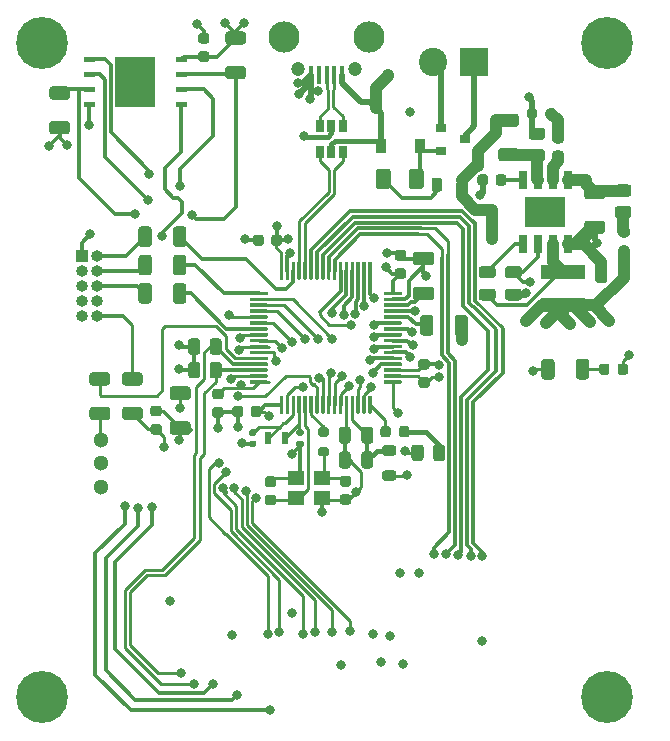
<source format=gbr>
%TF.GenerationSoftware,KiCad,Pcbnew,(5.1.10)-1*%
%TF.CreationDate,2021-09-19T12:36:10+02:00*%
%TF.ProjectId,stm32f446re_carrier_board,73746d33-3266-4343-9436-72655f636172,rev?*%
%TF.SameCoordinates,Original*%
%TF.FileFunction,Copper,L1,Top*%
%TF.FilePolarity,Positive*%
%FSLAX46Y46*%
G04 Gerber Fmt 4.6, Leading zero omitted, Abs format (unit mm)*
G04 Created by KiCad (PCBNEW (5.1.10)-1) date 2021-09-19 12:36:10*
%MOMM*%
%LPD*%
G01*
G04 APERTURE LIST*
%TA.AperFunction,SMDPad,CuDef*%
%ADD10R,3.400000X4.300000*%
%TD*%
%TA.AperFunction,ComponentPad*%
%ADD11C,1.300000*%
%TD*%
%TA.AperFunction,SMDPad,CuDef*%
%ADD12R,0.600000X1.100000*%
%TD*%
%TA.AperFunction,SMDPad,CuDef*%
%ADD13R,1.400000X1.200000*%
%TD*%
%TA.AperFunction,ComponentPad*%
%ADD14O,1.000000X1.000000*%
%TD*%
%TA.AperFunction,ComponentPad*%
%ADD15R,1.000000X1.000000*%
%TD*%
%TA.AperFunction,SMDPad,CuDef*%
%ADD16R,3.700000X1.200000*%
%TD*%
%TA.AperFunction,ComponentPad*%
%ADD17C,2.400000*%
%TD*%
%TA.AperFunction,ComponentPad*%
%ADD18R,2.400000X2.400000*%
%TD*%
%TA.AperFunction,ComponentPad*%
%ADD19C,0.700000*%
%TD*%
%TA.AperFunction,ComponentPad*%
%ADD20C,4.400000*%
%TD*%
%TA.AperFunction,SMDPad,CuDef*%
%ADD21R,0.900000X1.200000*%
%TD*%
%TA.AperFunction,SMDPad,CuDef*%
%ADD22R,0.650000X1.060000*%
%TD*%
%TA.AperFunction,SMDPad,CuDef*%
%ADD23R,0.900000X0.800000*%
%TD*%
%TA.AperFunction,SMDPad,CuDef*%
%ADD24R,0.400000X1.600000*%
%TD*%
%TA.AperFunction,ComponentPad*%
%ADD25C,2.640000*%
%TD*%
%TA.AperFunction,ComponentPad*%
%ADD26C,1.200000*%
%TD*%
%TA.AperFunction,SMDPad,CuDef*%
%ADD27R,0.700000X1.525000*%
%TD*%
%TA.AperFunction,SMDPad,CuDef*%
%ADD28R,3.450000X2.560000*%
%TD*%
%TA.AperFunction,ViaPad*%
%ADD29C,0.800000*%
%TD*%
%TA.AperFunction,Conductor*%
%ADD30C,0.250000*%
%TD*%
%TA.AperFunction,Conductor*%
%ADD31C,0.300000*%
%TD*%
%TA.AperFunction,Conductor*%
%ADD32C,0.500000*%
%TD*%
%TA.AperFunction,Conductor*%
%ADD33C,1.000000*%
%TD*%
%TA.AperFunction,Conductor*%
%ADD34C,0.400000*%
%TD*%
%TA.AperFunction,Conductor*%
%ADD35C,0.261112*%
%TD*%
G04 APERTURE END LIST*
%TO.P,R19,2*%
%TO.N,+3V3*%
%TA.AperFunction,SMDPad,CuDef*%
G36*
G01*
X115074999Y-71400000D02*
X116325001Y-71400000D01*
G75*
G02*
X116575000Y-71649999I0J-249999D01*
G01*
X116575000Y-72275001D01*
G75*
G02*
X116325001Y-72525000I-249999J0D01*
G01*
X115074999Y-72525000D01*
G75*
G02*
X114825000Y-72275001I0J249999D01*
G01*
X114825000Y-71649999D01*
G75*
G02*
X115074999Y-71400000I249999J0D01*
G01*
G37*
%TD.AperFunction*%
%TO.P,R19,1*%
%TO.N,FLASH_!WP*%
%TA.AperFunction,SMDPad,CuDef*%
G36*
G01*
X115074999Y-68475000D02*
X116325001Y-68475000D01*
G75*
G02*
X116575000Y-68724999I0J-249999D01*
G01*
X116575000Y-69350001D01*
G75*
G02*
X116325001Y-69600000I-249999J0D01*
G01*
X115074999Y-69600000D01*
G75*
G02*
X114825000Y-69350001I0J249999D01*
G01*
X114825000Y-68724999D01*
G75*
G02*
X115074999Y-68475000I249999J0D01*
G01*
G37*
%TD.AperFunction*%
%TD*%
%TO.P,R18,2*%
%TO.N,+3V3*%
%TA.AperFunction,SMDPad,CuDef*%
G36*
G01*
X131225001Y-64937500D02*
X129974999Y-64937500D01*
G75*
G02*
X129725000Y-64687501I0J249999D01*
G01*
X129725000Y-64062499D01*
G75*
G02*
X129974999Y-63812500I249999J0D01*
G01*
X131225001Y-63812500D01*
G75*
G02*
X131475000Y-64062499I0J-249999D01*
G01*
X131475000Y-64687501D01*
G75*
G02*
X131225001Y-64937500I-249999J0D01*
G01*
G37*
%TD.AperFunction*%
%TO.P,R18,1*%
%TO.N,FLASH_!HOLD*%
%TA.AperFunction,SMDPad,CuDef*%
G36*
G01*
X131225001Y-67862500D02*
X129974999Y-67862500D01*
G75*
G02*
X129725000Y-67612501I0J249999D01*
G01*
X129725000Y-66987499D01*
G75*
G02*
X129974999Y-66737500I249999J0D01*
G01*
X131225001Y-66737500D01*
G75*
G02*
X131475000Y-66987499I0J-249999D01*
G01*
X131475000Y-67612501D01*
G75*
G02*
X131225001Y-67862500I-249999J0D01*
G01*
G37*
%TD.AperFunction*%
%TD*%
%TO.P,C20,2*%
%TO.N,GND*%
%TA.AperFunction,SMDPad,CuDef*%
G36*
G01*
X128150000Y-64850000D02*
X127650000Y-64850000D01*
G75*
G02*
X127425000Y-64625000I0J225000D01*
G01*
X127425000Y-64175000D01*
G75*
G02*
X127650000Y-63950000I225000J0D01*
G01*
X128150000Y-63950000D01*
G75*
G02*
X128375000Y-64175000I0J-225000D01*
G01*
X128375000Y-64625000D01*
G75*
G02*
X128150000Y-64850000I-225000J0D01*
G01*
G37*
%TD.AperFunction*%
%TO.P,C20,1*%
%TO.N,+3V3*%
%TA.AperFunction,SMDPad,CuDef*%
G36*
G01*
X128150000Y-66400000D02*
X127650000Y-66400000D01*
G75*
G02*
X127425000Y-66175000I0J225000D01*
G01*
X127425000Y-65725000D01*
G75*
G02*
X127650000Y-65500000I225000J0D01*
G01*
X128150000Y-65500000D01*
G75*
G02*
X128375000Y-65725000I0J-225000D01*
G01*
X128375000Y-66175000D01*
G75*
G02*
X128150000Y-66400000I-225000J0D01*
G01*
G37*
%TD.AperFunction*%
%TD*%
%TO.P,U3,2*%
%TO.N,SPI2_MISO*%
%TA.AperFunction,SMDPad,CuDef*%
G36*
G01*
X117735000Y-67619000D02*
X117735000Y-67311000D01*
G75*
G02*
X117801000Y-67245000I66000J0D01*
G01*
X118609000Y-67245000D01*
G75*
G02*
X118675000Y-67311000I0J-66000D01*
G01*
X118675000Y-67619000D01*
G75*
G02*
X118609000Y-67685000I-66000J0D01*
G01*
X117801000Y-67685000D01*
G75*
G02*
X117735000Y-67619000I0J66000D01*
G01*
G37*
%TD.AperFunction*%
%TO.P,U3,3*%
%TO.N,FLASH_!WP*%
%TA.AperFunction,SMDPad,CuDef*%
G36*
G01*
X117735000Y-68889000D02*
X117735000Y-68581000D01*
G75*
G02*
X117801000Y-68515000I66000J0D01*
G01*
X118609000Y-68515000D01*
G75*
G02*
X118675000Y-68581000I0J-66000D01*
G01*
X118675000Y-68889000D01*
G75*
G02*
X118609000Y-68955000I-66000J0D01*
G01*
X117801000Y-68955000D01*
G75*
G02*
X117735000Y-68889000I0J66000D01*
G01*
G37*
%TD.AperFunction*%
%TO.P,U3,4*%
%TO.N,GND*%
%TA.AperFunction,SMDPad,CuDef*%
G36*
G01*
X117735000Y-70159000D02*
X117735000Y-69851000D01*
G75*
G02*
X117801000Y-69785000I66000J0D01*
G01*
X118609000Y-69785000D01*
G75*
G02*
X118675000Y-69851000I0J-66000D01*
G01*
X118675000Y-70159000D01*
G75*
G02*
X118609000Y-70225000I-66000J0D01*
G01*
X117801000Y-70225000D01*
G75*
G02*
X117735000Y-70159000I0J66000D01*
G01*
G37*
%TD.AperFunction*%
%TO.P,U3,1*%
%TO.N,SPI2_!CS*%
%TA.AperFunction,SMDPad,CuDef*%
G36*
G01*
X117735000Y-66349000D02*
X117735000Y-66041000D01*
G75*
G02*
X117801000Y-65975000I66000J0D01*
G01*
X118609000Y-65975000D01*
G75*
G02*
X118675000Y-66041000I0J-66000D01*
G01*
X118675000Y-66349000D01*
G75*
G02*
X118609000Y-66415000I-66000J0D01*
G01*
X117801000Y-66415000D01*
G75*
G02*
X117735000Y-66349000I0J66000D01*
G01*
G37*
%TD.AperFunction*%
%TO.P,U3,7*%
%TO.N,FLASH_!HOLD*%
%TA.AperFunction,SMDPad,CuDef*%
G36*
G01*
X125525000Y-67619000D02*
X125525000Y-67311000D01*
G75*
G02*
X125591000Y-67245000I66000J0D01*
G01*
X126399000Y-67245000D01*
G75*
G02*
X126465000Y-67311000I0J-66000D01*
G01*
X126465000Y-67619000D01*
G75*
G02*
X126399000Y-67685000I-66000J0D01*
G01*
X125591000Y-67685000D01*
G75*
G02*
X125525000Y-67619000I0J66000D01*
G01*
G37*
%TD.AperFunction*%
%TO.P,U3,6*%
%TO.N,SPI2_SCK*%
%TA.AperFunction,SMDPad,CuDef*%
G36*
G01*
X125525000Y-68889000D02*
X125525000Y-68581000D01*
G75*
G02*
X125591000Y-68515000I66000J0D01*
G01*
X126399000Y-68515000D01*
G75*
G02*
X126465000Y-68581000I0J-66000D01*
G01*
X126465000Y-68889000D01*
G75*
G02*
X126399000Y-68955000I-66000J0D01*
G01*
X125591000Y-68955000D01*
G75*
G02*
X125525000Y-68889000I0J66000D01*
G01*
G37*
%TD.AperFunction*%
%TO.P,U3,5*%
%TO.N,SPI2_MOSI*%
%TA.AperFunction,SMDPad,CuDef*%
G36*
G01*
X125525000Y-70159000D02*
X125525000Y-69851000D01*
G75*
G02*
X125591000Y-69785000I66000J0D01*
G01*
X126399000Y-69785000D01*
G75*
G02*
X126465000Y-69851000I0J-66000D01*
G01*
X126465000Y-70159000D01*
G75*
G02*
X126399000Y-70225000I-66000J0D01*
G01*
X125591000Y-70225000D01*
G75*
G02*
X125525000Y-70159000I0J66000D01*
G01*
G37*
%TD.AperFunction*%
%TO.P,U3,8*%
%TO.N,+3V3*%
%TA.AperFunction,SMDPad,CuDef*%
G36*
G01*
X125525000Y-66349000D02*
X125525000Y-66041000D01*
G75*
G02*
X125591000Y-65975000I66000J0D01*
G01*
X126399000Y-65975000D01*
G75*
G02*
X126465000Y-66041000I0J-66000D01*
G01*
X126465000Y-66349000D01*
G75*
G02*
X126399000Y-66415000I-66000J0D01*
G01*
X125591000Y-66415000D01*
G75*
G02*
X125525000Y-66349000I0J66000D01*
G01*
G37*
%TD.AperFunction*%
D10*
%TO.P,U3,9*%
%TO.N,N/C*%
X122100000Y-68100000D03*
%TD*%
D11*
%TO.P,SW1,3*%
%TO.N,GND*%
X119210000Y-100400000D03*
%TO.P,SW1,2*%
%TO.N,Net-(R1-Pad1)*%
X119210000Y-98400000D03*
%TO.P,SW1,1*%
%TO.N,+3V3*%
X119200000Y-102400000D03*
%TD*%
D12*
%TO.P,Y2,2*%
%TO.N,/OSC32_OUT*%
X134750000Y-98250000D03*
%TO.P,Y2,1*%
%TO.N,/OSC32_IN*%
X133350000Y-98250000D03*
%TD*%
D13*
%TO.P,Y1,4*%
%TO.N,GND*%
X135700000Y-101650000D03*
%TO.P,Y1,3*%
%TO.N,Net-(C12-Pad1)*%
X137900000Y-101650000D03*
%TO.P,Y1,2*%
%TO.N,GND*%
X137900000Y-103350000D03*
%TO.P,Y1,1*%
%TO.N,/HSE_IN*%
X135700000Y-103350000D03*
%TD*%
%TO.P,R13,2*%
%TO.N,GND*%
%TA.AperFunction,SMDPad,CuDef*%
G36*
G01*
X156090000Y-70510000D02*
X156090000Y-71060000D01*
G75*
G02*
X155890000Y-71260000I-200000J0D01*
G01*
X155490000Y-71260000D01*
G75*
G02*
X155290000Y-71060000I0J200000D01*
G01*
X155290000Y-70510000D01*
G75*
G02*
X155490000Y-70310000I200000J0D01*
G01*
X155890000Y-70310000D01*
G75*
G02*
X156090000Y-70510000I0J-200000D01*
G01*
G37*
%TD.AperFunction*%
%TO.P,R13,1*%
%TO.N,Net-(C16-Pad2)*%
%TA.AperFunction,SMDPad,CuDef*%
G36*
G01*
X157740000Y-70510000D02*
X157740000Y-71060000D01*
G75*
G02*
X157540000Y-71260000I-200000J0D01*
G01*
X157140000Y-71260000D01*
G75*
G02*
X156940000Y-71060000I0J200000D01*
G01*
X156940000Y-70510000D01*
G75*
G02*
X157140000Y-70310000I200000J0D01*
G01*
X157540000Y-70310000D01*
G75*
G02*
X157740000Y-70510000I0J-200000D01*
G01*
G37*
%TD.AperFunction*%
%TD*%
%TO.P,R12,2*%
%TO.N,GND*%
%TA.AperFunction,SMDPad,CuDef*%
G36*
G01*
X156550001Y-73000000D02*
X155649999Y-73000000D01*
G75*
G02*
X155400000Y-72750001I0J249999D01*
G01*
X155400000Y-72224999D01*
G75*
G02*
X155649999Y-71975000I249999J0D01*
G01*
X156550001Y-71975000D01*
G75*
G02*
X156800000Y-72224999I0J-249999D01*
G01*
X156800000Y-72750001D01*
G75*
G02*
X156550001Y-73000000I-249999J0D01*
G01*
G37*
%TD.AperFunction*%
%TO.P,R12,1*%
%TO.N,/power/EN*%
%TA.AperFunction,SMDPad,CuDef*%
G36*
G01*
X156550001Y-74825000D02*
X155649999Y-74825000D01*
G75*
G02*
X155400000Y-74575001I0J249999D01*
G01*
X155400000Y-74049999D01*
G75*
G02*
X155649999Y-73800000I249999J0D01*
G01*
X156550001Y-73800000D01*
G75*
G02*
X156800000Y-74049999I0J-249999D01*
G01*
X156800000Y-74575001D01*
G75*
G02*
X156550001Y-74825000I-249999J0D01*
G01*
G37*
%TD.AperFunction*%
%TD*%
%TO.P,R10,2*%
%TO.N,NRST*%
%TA.AperFunction,SMDPad,CuDef*%
G36*
G01*
X121229999Y-95597500D02*
X122480001Y-95597500D01*
G75*
G02*
X122730000Y-95847499I0J-249999D01*
G01*
X122730000Y-96472501D01*
G75*
G02*
X122480001Y-96722500I-249999J0D01*
G01*
X121229999Y-96722500D01*
G75*
G02*
X120980000Y-96472501I0J249999D01*
G01*
X120980000Y-95847499D01*
G75*
G02*
X121229999Y-95597500I249999J0D01*
G01*
G37*
%TD.AperFunction*%
%TO.P,R10,1*%
%TO.N,Net-(J4-Pad10)*%
%TA.AperFunction,SMDPad,CuDef*%
G36*
G01*
X121229999Y-92672500D02*
X122480001Y-92672500D01*
G75*
G02*
X122730000Y-92922499I0J-249999D01*
G01*
X122730000Y-93547501D01*
G75*
G02*
X122480001Y-93797500I-249999J0D01*
G01*
X121229999Y-93797500D01*
G75*
G02*
X120980000Y-93547501I0J249999D01*
G01*
X120980000Y-92922499D01*
G75*
G02*
X121229999Y-92672500I249999J0D01*
G01*
G37*
%TD.AperFunction*%
%TD*%
%TO.P,R9,2*%
%TO.N,SWO*%
%TA.AperFunction,SMDPad,CuDef*%
G36*
G01*
X125300000Y-86625001D02*
X125300000Y-85374999D01*
G75*
G02*
X125549999Y-85125000I249999J0D01*
G01*
X126175001Y-85125000D01*
G75*
G02*
X126425000Y-85374999I0J-249999D01*
G01*
X126425000Y-86625001D01*
G75*
G02*
X126175001Y-86875000I-249999J0D01*
G01*
X125549999Y-86875000D01*
G75*
G02*
X125300000Y-86625001I0J249999D01*
G01*
G37*
%TD.AperFunction*%
%TO.P,R9,1*%
%TO.N,Net-(J4-Pad6)*%
%TA.AperFunction,SMDPad,CuDef*%
G36*
G01*
X122375000Y-86625001D02*
X122375000Y-85374999D01*
G75*
G02*
X122624999Y-85125000I249999J0D01*
G01*
X123250001Y-85125000D01*
G75*
G02*
X123500000Y-85374999I0J-249999D01*
G01*
X123500000Y-86625001D01*
G75*
G02*
X123250001Y-86875000I-249999J0D01*
G01*
X122624999Y-86875000D01*
G75*
G02*
X122375000Y-86625001I0J249999D01*
G01*
G37*
%TD.AperFunction*%
%TD*%
%TO.P,R8,2*%
%TO.N,SWCLK*%
%TA.AperFunction,SMDPad,CuDef*%
G36*
G01*
X125300000Y-84225001D02*
X125300000Y-82974999D01*
G75*
G02*
X125549999Y-82725000I249999J0D01*
G01*
X126175001Y-82725000D01*
G75*
G02*
X126425000Y-82974999I0J-249999D01*
G01*
X126425000Y-84225001D01*
G75*
G02*
X126175001Y-84475000I-249999J0D01*
G01*
X125549999Y-84475000D01*
G75*
G02*
X125300000Y-84225001I0J249999D01*
G01*
G37*
%TD.AperFunction*%
%TO.P,R8,1*%
%TO.N,Net-(J4-Pad4)*%
%TA.AperFunction,SMDPad,CuDef*%
G36*
G01*
X122375000Y-84225001D02*
X122375000Y-82974999D01*
G75*
G02*
X122624999Y-82725000I249999J0D01*
G01*
X123250001Y-82725000D01*
G75*
G02*
X123500000Y-82974999I0J-249999D01*
G01*
X123500000Y-84225001D01*
G75*
G02*
X123250001Y-84475000I-249999J0D01*
G01*
X122624999Y-84475000D01*
G75*
G02*
X122375000Y-84225001I0J249999D01*
G01*
G37*
%TD.AperFunction*%
%TD*%
%TO.P,R7,2*%
%TO.N,SWDIO*%
%TA.AperFunction,SMDPad,CuDef*%
G36*
G01*
X125300000Y-81825001D02*
X125300000Y-80574999D01*
G75*
G02*
X125549999Y-80325000I249999J0D01*
G01*
X126175001Y-80325000D01*
G75*
G02*
X126425000Y-80574999I0J-249999D01*
G01*
X126425000Y-81825001D01*
G75*
G02*
X126175001Y-82075000I-249999J0D01*
G01*
X125549999Y-82075000D01*
G75*
G02*
X125300000Y-81825001I0J249999D01*
G01*
G37*
%TD.AperFunction*%
%TO.P,R7,1*%
%TO.N,Net-(J4-Pad2)*%
%TA.AperFunction,SMDPad,CuDef*%
G36*
G01*
X122375000Y-81825001D02*
X122375000Y-80574999D01*
G75*
G02*
X122624999Y-80325000I249999J0D01*
G01*
X123250001Y-80325000D01*
G75*
G02*
X123500000Y-80574999I0J-249999D01*
G01*
X123500000Y-81825001D01*
G75*
G02*
X123250001Y-82075000I-249999J0D01*
G01*
X122624999Y-82075000D01*
G75*
G02*
X122375000Y-81825001I0J249999D01*
G01*
G37*
%TD.AperFunction*%
%TD*%
%TO.P,R6,2*%
%TO.N,GND*%
%TA.AperFunction,SMDPad,CuDef*%
G36*
G01*
X127600000Y-92049999D02*
X127600000Y-92950001D01*
G75*
G02*
X127350001Y-93200000I-249999J0D01*
G01*
X126824999Y-93200000D01*
G75*
G02*
X126575000Y-92950001I0J249999D01*
G01*
X126575000Y-92049999D01*
G75*
G02*
X126824999Y-91800000I249999J0D01*
G01*
X127350001Y-91800000D01*
G75*
G02*
X127600000Y-92049999I0J-249999D01*
G01*
G37*
%TD.AperFunction*%
%TO.P,R6,1*%
%TO.N,I2C1_SDA*%
%TA.AperFunction,SMDPad,CuDef*%
G36*
G01*
X129425000Y-92049999D02*
X129425000Y-92950001D01*
G75*
G02*
X129175001Y-93200000I-249999J0D01*
G01*
X128649999Y-93200000D01*
G75*
G02*
X128400000Y-92950001I0J249999D01*
G01*
X128400000Y-92049999D01*
G75*
G02*
X128649999Y-91800000I249999J0D01*
G01*
X129175001Y-91800000D01*
G75*
G02*
X129425000Y-92049999I0J-249999D01*
G01*
G37*
%TD.AperFunction*%
%TD*%
%TO.P,R5,2*%
%TO.N,GND*%
%TA.AperFunction,SMDPad,CuDef*%
G36*
G01*
X127600000Y-90049999D02*
X127600000Y-90950001D01*
G75*
G02*
X127350001Y-91200000I-249999J0D01*
G01*
X126824999Y-91200000D01*
G75*
G02*
X126575000Y-90950001I0J249999D01*
G01*
X126575000Y-90049999D01*
G75*
G02*
X126824999Y-89800000I249999J0D01*
G01*
X127350001Y-89800000D01*
G75*
G02*
X127600000Y-90049999I0J-249999D01*
G01*
G37*
%TD.AperFunction*%
%TO.P,R5,1*%
%TO.N,I2C1_SCL*%
%TA.AperFunction,SMDPad,CuDef*%
G36*
G01*
X129425000Y-90049999D02*
X129425000Y-90950001D01*
G75*
G02*
X129175001Y-91200000I-249999J0D01*
G01*
X128649999Y-91200000D01*
G75*
G02*
X128400000Y-90950001I0J249999D01*
G01*
X128400000Y-90049999D01*
G75*
G02*
X128649999Y-89800000I249999J0D01*
G01*
X129175001Y-89800000D01*
G75*
G02*
X129425000Y-90049999I0J-249999D01*
G01*
G37*
%TD.AperFunction*%
%TD*%
%TO.P,R3,2*%
%TO.N,Net-(C12-Pad1)*%
%TA.AperFunction,SMDPad,CuDef*%
G36*
G01*
X137775000Y-99000000D02*
X138325000Y-99000000D01*
G75*
G02*
X138525000Y-99200000I0J-200000D01*
G01*
X138525000Y-99600000D01*
G75*
G02*
X138325000Y-99800000I-200000J0D01*
G01*
X137775000Y-99800000D01*
G75*
G02*
X137575000Y-99600000I0J200000D01*
G01*
X137575000Y-99200000D01*
G75*
G02*
X137775000Y-99000000I200000J0D01*
G01*
G37*
%TD.AperFunction*%
%TO.P,R3,1*%
%TO.N,/HSE_OUT*%
%TA.AperFunction,SMDPad,CuDef*%
G36*
G01*
X137775000Y-97350000D02*
X138325000Y-97350000D01*
G75*
G02*
X138525000Y-97550000I0J-200000D01*
G01*
X138525000Y-97950000D01*
G75*
G02*
X138325000Y-98150000I-200000J0D01*
G01*
X137775000Y-98150000D01*
G75*
G02*
X137575000Y-97950000I0J200000D01*
G01*
X137575000Y-97550000D01*
G75*
G02*
X137775000Y-97350000I200000J0D01*
G01*
G37*
%TD.AperFunction*%
%TD*%
%TO.P,R2,2*%
%TO.N,GND*%
%TA.AperFunction,SMDPad,CuDef*%
G36*
G01*
X146512500Y-99049999D02*
X146512500Y-99950001D01*
G75*
G02*
X146262501Y-100200000I-249999J0D01*
G01*
X145737499Y-100200000D01*
G75*
G02*
X145487500Y-99950001I0J249999D01*
G01*
X145487500Y-99049999D01*
G75*
G02*
X145737499Y-98800000I249999J0D01*
G01*
X146262501Y-98800000D01*
G75*
G02*
X146512500Y-99049999I0J-249999D01*
G01*
G37*
%TD.AperFunction*%
%TO.P,R2,1*%
%TO.N,Net-(D1-Pad1)*%
%TA.AperFunction,SMDPad,CuDef*%
G36*
G01*
X148337500Y-99049999D02*
X148337500Y-99950001D01*
G75*
G02*
X148087501Y-100200000I-249999J0D01*
G01*
X147562499Y-100200000D01*
G75*
G02*
X147312500Y-99950001I0J249999D01*
G01*
X147312500Y-99049999D01*
G75*
G02*
X147562499Y-98800000I249999J0D01*
G01*
X148087501Y-98800000D01*
G75*
G02*
X148337500Y-99049999I0J-249999D01*
G01*
G37*
%TD.AperFunction*%
%TD*%
D14*
%TO.P,J4,10*%
%TO.N,Net-(J4-Pad10)*%
X118870000Y-87880000D03*
%TO.P,J4,9*%
%TO.N,GND*%
X117600000Y-87880000D03*
%TO.P,J4,8*%
%TO.N,Net-(J4-Pad8)*%
X118870000Y-86610000D03*
%TO.P,J4,7*%
%TO.N,Net-(J4-Pad7)*%
X117600000Y-86610000D03*
%TO.P,J4,6*%
%TO.N,Net-(J4-Pad6)*%
X118870000Y-85340000D03*
%TO.P,J4,5*%
%TO.N,GND*%
X117600000Y-85340000D03*
%TO.P,J4,4*%
%TO.N,Net-(J4-Pad4)*%
X118870000Y-84070000D03*
%TO.P,J4,3*%
%TO.N,GND*%
X117600000Y-84070000D03*
%TO.P,J4,2*%
%TO.N,Net-(J4-Pad2)*%
X118870000Y-82800000D03*
D15*
%TO.P,J4,1*%
%TO.N,+3V3*%
X117600000Y-82800000D03*
%TD*%
D16*
%TO.P,L1,2*%
%TO.N,+3V3*%
X158300000Y-87000000D03*
%TO.P,L1,1*%
%TO.N,/power/SW*%
X158300000Y-84200000D03*
%TD*%
%TO.P,R17,2*%
%TO.N,/power/FB*%
%TA.AperFunction,SMDPad,CuDef*%
G36*
G01*
X163850001Y-77800000D02*
X162949999Y-77800000D01*
G75*
G02*
X162700000Y-77550001I0J249999D01*
G01*
X162700000Y-77024999D01*
G75*
G02*
X162949999Y-76775000I249999J0D01*
G01*
X163850001Y-76775000D01*
G75*
G02*
X164100000Y-77024999I0J-249999D01*
G01*
X164100000Y-77550001D01*
G75*
G02*
X163850001Y-77800000I-249999J0D01*
G01*
G37*
%TD.AperFunction*%
%TO.P,R17,1*%
%TO.N,Net-(R15-Pad2)*%
%TA.AperFunction,SMDPad,CuDef*%
G36*
G01*
X163850001Y-79625000D02*
X162949999Y-79625000D01*
G75*
G02*
X162700000Y-79375001I0J249999D01*
G01*
X162700000Y-78849999D01*
G75*
G02*
X162949999Y-78600000I249999J0D01*
G01*
X163850001Y-78600000D01*
G75*
G02*
X164100000Y-78849999I0J-249999D01*
G01*
X164100000Y-79375001D01*
G75*
G02*
X163850001Y-79625000I-249999J0D01*
G01*
G37*
%TD.AperFunction*%
%TD*%
%TO.P,R16,2*%
%TO.N,GND*%
%TA.AperFunction,SMDPad,CuDef*%
G36*
G01*
X157600000Y-91794999D02*
X157600000Y-93045001D01*
G75*
G02*
X157350001Y-93295000I-249999J0D01*
G01*
X156724999Y-93295000D01*
G75*
G02*
X156475000Y-93045001I0J249999D01*
G01*
X156475000Y-91794999D01*
G75*
G02*
X156724999Y-91545000I249999J0D01*
G01*
X157350001Y-91545000D01*
G75*
G02*
X157600000Y-91794999I0J-249999D01*
G01*
G37*
%TD.AperFunction*%
%TO.P,R16,1*%
%TO.N,Net-(D3-Pad1)*%
%TA.AperFunction,SMDPad,CuDef*%
G36*
G01*
X160525000Y-91794999D02*
X160525000Y-93045001D01*
G75*
G02*
X160275001Y-93295000I-249999J0D01*
G01*
X159649999Y-93295000D01*
G75*
G02*
X159400000Y-93045001I0J249999D01*
G01*
X159400000Y-91794999D01*
G75*
G02*
X159649999Y-91545000I249999J0D01*
G01*
X160275001Y-91545000D01*
G75*
G02*
X160525000Y-91794999I0J-249999D01*
G01*
G37*
%TD.AperFunction*%
%TD*%
%TO.P,R15,2*%
%TO.N,Net-(R15-Pad2)*%
%TA.AperFunction,SMDPad,CuDef*%
G36*
G01*
X163775000Y-81200000D02*
X163225000Y-81200000D01*
G75*
G02*
X163025000Y-81000000I0J200000D01*
G01*
X163025000Y-80600000D01*
G75*
G02*
X163225000Y-80400000I200000J0D01*
G01*
X163775000Y-80400000D01*
G75*
G02*
X163975000Y-80600000I0J-200000D01*
G01*
X163975000Y-81000000D01*
G75*
G02*
X163775000Y-81200000I-200000J0D01*
G01*
G37*
%TD.AperFunction*%
%TO.P,R15,1*%
%TO.N,+3V3*%
%TA.AperFunction,SMDPad,CuDef*%
G36*
G01*
X163775000Y-82850000D02*
X163225000Y-82850000D01*
G75*
G02*
X163025000Y-82650000I0J200000D01*
G01*
X163025000Y-82250000D01*
G75*
G02*
X163225000Y-82050000I200000J0D01*
G01*
X163775000Y-82050000D01*
G75*
G02*
X163975000Y-82250000I0J-200000D01*
G01*
X163975000Y-82650000D01*
G75*
G02*
X163775000Y-82850000I-200000J0D01*
G01*
G37*
%TD.AperFunction*%
%TD*%
%TO.P,R14,2*%
%TO.N,GND*%
%TA.AperFunction,SMDPad,CuDef*%
G36*
G01*
X160374999Y-79842500D02*
X161625001Y-79842500D01*
G75*
G02*
X161875000Y-80092499I0J-249999D01*
G01*
X161875000Y-80717501D01*
G75*
G02*
X161625001Y-80967500I-249999J0D01*
G01*
X160374999Y-80967500D01*
G75*
G02*
X160125000Y-80717501I0J249999D01*
G01*
X160125000Y-80092499D01*
G75*
G02*
X160374999Y-79842500I249999J0D01*
G01*
G37*
%TD.AperFunction*%
%TO.P,R14,1*%
%TO.N,/power/FB*%
%TA.AperFunction,SMDPad,CuDef*%
G36*
G01*
X160374999Y-76917500D02*
X161625001Y-76917500D01*
G75*
G02*
X161875000Y-77167499I0J-249999D01*
G01*
X161875000Y-77792501D01*
G75*
G02*
X161625001Y-78042500I-249999J0D01*
G01*
X160374999Y-78042500D01*
G75*
G02*
X160125000Y-77792501I0J249999D01*
G01*
X160125000Y-77167499D01*
G75*
G02*
X160374999Y-76917500I249999J0D01*
G01*
G37*
%TD.AperFunction*%
%TD*%
%TO.P,R11,2*%
%TO.N,/power/EN*%
%TA.AperFunction,SMDPad,CuDef*%
G36*
G01*
X153074999Y-73700000D02*
X154325001Y-73700000D01*
G75*
G02*
X154575000Y-73949999I0J-249999D01*
G01*
X154575000Y-74575001D01*
G75*
G02*
X154325001Y-74825000I-249999J0D01*
G01*
X153074999Y-74825000D01*
G75*
G02*
X152825000Y-74575001I0J249999D01*
G01*
X152825000Y-73949999D01*
G75*
G02*
X153074999Y-73700000I249999J0D01*
G01*
G37*
%TD.AperFunction*%
%TO.P,R11,1*%
%TO.N,/power/IN*%
%TA.AperFunction,SMDPad,CuDef*%
G36*
G01*
X153074999Y-70775000D02*
X154325001Y-70775000D01*
G75*
G02*
X154575000Y-71024999I0J-249999D01*
G01*
X154575000Y-71650001D01*
G75*
G02*
X154325001Y-71900000I-249999J0D01*
G01*
X153074999Y-71900000D01*
G75*
G02*
X152825000Y-71650001I0J249999D01*
G01*
X152825000Y-71024999D01*
G75*
G02*
X153074999Y-70775000I249999J0D01*
G01*
G37*
%TD.AperFunction*%
%TD*%
%TO.P,R4,2*%
%TO.N,GND*%
%TA.AperFunction,SMDPad,CuDef*%
G36*
G01*
X149137500Y-89325001D02*
X149137500Y-88074999D01*
G75*
G02*
X149387499Y-87825000I249999J0D01*
G01*
X150012501Y-87825000D01*
G75*
G02*
X150262500Y-88074999I0J-249999D01*
G01*
X150262500Y-89325001D01*
G75*
G02*
X150012501Y-89575000I-249999J0D01*
G01*
X149387499Y-89575000D01*
G75*
G02*
X149137500Y-89325001I0J249999D01*
G01*
G37*
%TD.AperFunction*%
%TO.P,R4,1*%
%TO.N,Net-(R4-Pad1)*%
%TA.AperFunction,SMDPad,CuDef*%
G36*
G01*
X146212500Y-89325001D02*
X146212500Y-88074999D01*
G75*
G02*
X146462499Y-87825000I249999J0D01*
G01*
X147087501Y-87825000D01*
G75*
G02*
X147337500Y-88074999I0J-249999D01*
G01*
X147337500Y-89325001D01*
G75*
G02*
X147087501Y-89575000I-249999J0D01*
G01*
X146462499Y-89575000D01*
G75*
G02*
X146212500Y-89325001I0J249999D01*
G01*
G37*
%TD.AperFunction*%
%TD*%
%TO.P,R1,2*%
%TO.N,/BOOT0*%
%TA.AperFunction,SMDPad,CuDef*%
G36*
G01*
X119725001Y-93800000D02*
X118474999Y-93800000D01*
G75*
G02*
X118225000Y-93550001I0J249999D01*
G01*
X118225000Y-92924999D01*
G75*
G02*
X118474999Y-92675000I249999J0D01*
G01*
X119725001Y-92675000D01*
G75*
G02*
X119975000Y-92924999I0J-249999D01*
G01*
X119975000Y-93550001D01*
G75*
G02*
X119725001Y-93800000I-249999J0D01*
G01*
G37*
%TD.AperFunction*%
%TO.P,R1,1*%
%TO.N,Net-(R1-Pad1)*%
%TA.AperFunction,SMDPad,CuDef*%
G36*
G01*
X119725001Y-96725000D02*
X118474999Y-96725000D01*
G75*
G02*
X118225000Y-96475001I0J249999D01*
G01*
X118225000Y-95849999D01*
G75*
G02*
X118474999Y-95600000I249999J0D01*
G01*
X119725001Y-95600000D01*
G75*
G02*
X119975000Y-95849999I0J-249999D01*
G01*
X119975000Y-96475001D01*
G75*
G02*
X119725001Y-96725000I-249999J0D01*
G01*
G37*
%TD.AperFunction*%
%TD*%
D17*
%TO.P,J1,2*%
%TO.N,GND*%
X147300000Y-66400000D03*
D18*
%TO.P,J1,1*%
%TO.N,VCC*%
X150800000Y-66400000D03*
%TD*%
D19*
%TO.P,H4,1*%
%TO.N,GND*%
X115366726Y-119033274D03*
X114200000Y-118550000D03*
X113033274Y-119033274D03*
X112550000Y-120200000D03*
X113033274Y-121366726D03*
X114200000Y-121850000D03*
X115366726Y-121366726D03*
X115850000Y-120200000D03*
D20*
X114200000Y-120200000D03*
%TD*%
D19*
%TO.P,H3,1*%
%TO.N,GND*%
X163166726Y-119033274D03*
X162000000Y-118550000D03*
X160833274Y-119033274D03*
X160350000Y-120200000D03*
X160833274Y-121366726D03*
X162000000Y-121850000D03*
X163166726Y-121366726D03*
X163650000Y-120200000D03*
D20*
X162000000Y-120200000D03*
%TD*%
D19*
%TO.P,H2,1*%
%TO.N,GND*%
X115366726Y-63633274D03*
X114200000Y-63150000D03*
X113033274Y-63633274D03*
X112550000Y-64800000D03*
X113033274Y-65966726D03*
X114200000Y-66450000D03*
X115366726Y-65966726D03*
X115850000Y-64800000D03*
D20*
X114200000Y-64800000D03*
%TD*%
D19*
%TO.P,H1,1*%
%TO.N,GND*%
X163166726Y-63633274D03*
X162000000Y-63150000D03*
X160833274Y-63633274D03*
X160350000Y-64800000D03*
X160833274Y-65966726D03*
X162000000Y-66450000D03*
X163166726Y-65966726D03*
X163650000Y-64800000D03*
D20*
X162000000Y-64800000D03*
%TD*%
%TO.P,FB2,2*%
%TO.N,+3V3*%
%TA.AperFunction,SMDPad,CuDef*%
G36*
G01*
X143218750Y-100987500D02*
X143981250Y-100987500D01*
G75*
G02*
X144200000Y-101206250I0J-218750D01*
G01*
X144200000Y-101643750D01*
G75*
G02*
X143981250Y-101862500I-218750J0D01*
G01*
X143218750Y-101862500D01*
G75*
G02*
X143000000Y-101643750I0J218750D01*
G01*
X143000000Y-101206250D01*
G75*
G02*
X143218750Y-100987500I218750J0D01*
G01*
G37*
%TD.AperFunction*%
%TO.P,FB2,1*%
%TO.N,+3.3VA*%
%TA.AperFunction,SMDPad,CuDef*%
G36*
G01*
X143218750Y-98862500D02*
X143981250Y-98862500D01*
G75*
G02*
X144200000Y-99081250I0J-218750D01*
G01*
X144200000Y-99518750D01*
G75*
G02*
X143981250Y-99737500I-218750J0D01*
G01*
X143218750Y-99737500D01*
G75*
G02*
X143000000Y-99518750I0J218750D01*
G01*
X143000000Y-99081250D01*
G75*
G02*
X143218750Y-98862500I218750J0D01*
G01*
G37*
%TD.AperFunction*%
%TD*%
%TO.P,FB1,2*%
%TO.N,Net-(F1-Pad1)*%
%TA.AperFunction,SMDPad,CuDef*%
G36*
G01*
X148075000Y-76418750D02*
X148075000Y-77181250D01*
G75*
G02*
X147856250Y-77400000I-218750J0D01*
G01*
X147418750Y-77400000D01*
G75*
G02*
X147200000Y-77181250I0J218750D01*
G01*
X147200000Y-76418750D01*
G75*
G02*
X147418750Y-76200000I218750J0D01*
G01*
X147856250Y-76200000D01*
G75*
G02*
X148075000Y-76418750I0J-218750D01*
G01*
G37*
%TD.AperFunction*%
%TO.P,FB1,1*%
%TO.N,/power/IN*%
%TA.AperFunction,SMDPad,CuDef*%
G36*
G01*
X150200000Y-76418750D02*
X150200000Y-77181250D01*
G75*
G02*
X149981250Y-77400000I-218750J0D01*
G01*
X149543750Y-77400000D01*
G75*
G02*
X149325000Y-77181250I0J218750D01*
G01*
X149325000Y-76418750D01*
G75*
G02*
X149543750Y-76200000I218750J0D01*
G01*
X149981250Y-76200000D01*
G75*
G02*
X150200000Y-76418750I0J-218750D01*
G01*
G37*
%TD.AperFunction*%
%TD*%
%TO.P,F1,2*%
%TO.N,Net-(D2-Pad1)*%
%TA.AperFunction,SMDPad,CuDef*%
G36*
G01*
X145275000Y-76925000D02*
X145275000Y-75675000D01*
G75*
G02*
X145525000Y-75425000I250000J0D01*
G01*
X146275000Y-75425000D01*
G75*
G02*
X146525000Y-75675000I0J-250000D01*
G01*
X146525000Y-76925000D01*
G75*
G02*
X146275000Y-77175000I-250000J0D01*
G01*
X145525000Y-77175000D01*
G75*
G02*
X145275000Y-76925000I0J250000D01*
G01*
G37*
%TD.AperFunction*%
%TO.P,F1,1*%
%TO.N,Net-(F1-Pad1)*%
%TA.AperFunction,SMDPad,CuDef*%
G36*
G01*
X142475000Y-76925000D02*
X142475000Y-75675000D01*
G75*
G02*
X142725000Y-75425000I250000J0D01*
G01*
X143475000Y-75425000D01*
G75*
G02*
X143725000Y-75675000I0J-250000D01*
G01*
X143725000Y-76925000D01*
G75*
G02*
X143475000Y-77175000I-250000J0D01*
G01*
X142725000Y-77175000D01*
G75*
G02*
X142475000Y-76925000I0J250000D01*
G01*
G37*
%TD.AperFunction*%
%TD*%
%TO.P,D3,2*%
%TO.N,+3V3*%
%TA.AperFunction,SMDPad,CuDef*%
G36*
G01*
X162950000Y-92676250D02*
X162950000Y-92163750D01*
G75*
G02*
X163168750Y-91945000I218750J0D01*
G01*
X163606250Y-91945000D01*
G75*
G02*
X163825000Y-92163750I0J-218750D01*
G01*
X163825000Y-92676250D01*
G75*
G02*
X163606250Y-92895000I-218750J0D01*
G01*
X163168750Y-92895000D01*
G75*
G02*
X162950000Y-92676250I0J218750D01*
G01*
G37*
%TD.AperFunction*%
%TO.P,D3,1*%
%TO.N,Net-(D3-Pad1)*%
%TA.AperFunction,SMDPad,CuDef*%
G36*
G01*
X161375000Y-92676250D02*
X161375000Y-92163750D01*
G75*
G02*
X161593750Y-91945000I218750J0D01*
G01*
X162031250Y-91945000D01*
G75*
G02*
X162250000Y-92163750I0J-218750D01*
G01*
X162250000Y-92676250D01*
G75*
G02*
X162031250Y-92895000I-218750J0D01*
G01*
X161593750Y-92895000D01*
G75*
G02*
X161375000Y-92676250I0J218750D01*
G01*
G37*
%TD.AperFunction*%
%TD*%
D21*
%TO.P,D2,2*%
%TO.N,+5V*%
X142900000Y-73500000D03*
%TO.P,D2,1*%
%TO.N,Net-(D2-Pad1)*%
X146200000Y-73500000D03*
%TD*%
%TO.P,D1,2*%
%TO.N,/LED_STATUS*%
%TA.AperFunction,SMDPad,CuDef*%
G36*
G01*
X143737500Y-97443750D02*
X143737500Y-97956250D01*
G75*
G02*
X143518750Y-98175000I-218750J0D01*
G01*
X143081250Y-98175000D01*
G75*
G02*
X142862500Y-97956250I0J218750D01*
G01*
X142862500Y-97443750D01*
G75*
G02*
X143081250Y-97225000I218750J0D01*
G01*
X143518750Y-97225000D01*
G75*
G02*
X143737500Y-97443750I0J-218750D01*
G01*
G37*
%TD.AperFunction*%
%TO.P,D1,1*%
%TO.N,Net-(D1-Pad1)*%
%TA.AperFunction,SMDPad,CuDef*%
G36*
G01*
X145312500Y-97443750D02*
X145312500Y-97956250D01*
G75*
G02*
X145093750Y-98175000I-218750J0D01*
G01*
X144656250Y-98175000D01*
G75*
G02*
X144437500Y-97956250I0J218750D01*
G01*
X144437500Y-97443750D01*
G75*
G02*
X144656250Y-97225000I218750J0D01*
G01*
X145093750Y-97225000D01*
G75*
G02*
X145312500Y-97443750I0J-218750D01*
G01*
G37*
%TD.AperFunction*%
%TD*%
%TO.P,C19,2*%
%TO.N,GND*%
%TA.AperFunction,SMDPad,CuDef*%
G36*
G01*
X135880000Y-98460000D02*
X136220000Y-98460000D01*
G75*
G02*
X136360000Y-98600000I0J-140000D01*
G01*
X136360000Y-98880000D01*
G75*
G02*
X136220000Y-99020000I-140000J0D01*
G01*
X135880000Y-99020000D01*
G75*
G02*
X135740000Y-98880000I0J140000D01*
G01*
X135740000Y-98600000D01*
G75*
G02*
X135880000Y-98460000I140000J0D01*
G01*
G37*
%TD.AperFunction*%
%TO.P,C19,1*%
%TO.N,/OSC32_OUT*%
%TA.AperFunction,SMDPad,CuDef*%
G36*
G01*
X135880000Y-97500000D02*
X136220000Y-97500000D01*
G75*
G02*
X136360000Y-97640000I0J-140000D01*
G01*
X136360000Y-97920000D01*
G75*
G02*
X136220000Y-98060000I-140000J0D01*
G01*
X135880000Y-98060000D01*
G75*
G02*
X135740000Y-97920000I0J140000D01*
G01*
X135740000Y-97640000D01*
G75*
G02*
X135880000Y-97500000I140000J0D01*
G01*
G37*
%TD.AperFunction*%
%TD*%
%TO.P,C18,2*%
%TO.N,GND*%
%TA.AperFunction,SMDPad,CuDef*%
G36*
G01*
X131880000Y-98460000D02*
X132220000Y-98460000D01*
G75*
G02*
X132360000Y-98600000I0J-140000D01*
G01*
X132360000Y-98880000D01*
G75*
G02*
X132220000Y-99020000I-140000J0D01*
G01*
X131880000Y-99020000D01*
G75*
G02*
X131740000Y-98880000I0J140000D01*
G01*
X131740000Y-98600000D01*
G75*
G02*
X131880000Y-98460000I140000J0D01*
G01*
G37*
%TD.AperFunction*%
%TO.P,C18,1*%
%TO.N,/OSC32_IN*%
%TA.AperFunction,SMDPad,CuDef*%
G36*
G01*
X131880000Y-97500000D02*
X132220000Y-97500000D01*
G75*
G02*
X132360000Y-97640000I0J-140000D01*
G01*
X132360000Y-97920000D01*
G75*
G02*
X132220000Y-98060000I-140000J0D01*
G01*
X131880000Y-98060000D01*
G75*
G02*
X131740000Y-97920000I0J140000D01*
G01*
X131740000Y-97640000D01*
G75*
G02*
X131880000Y-97500000I140000J0D01*
G01*
G37*
%TD.AperFunction*%
%TD*%
%TO.P,C17,2*%
%TO.N,GND*%
%TA.AperFunction,SMDPad,CuDef*%
G36*
G01*
X162050000Y-83925000D02*
X162050000Y-84875000D01*
G75*
G02*
X161800000Y-85125000I-250000J0D01*
G01*
X161300000Y-85125000D01*
G75*
G02*
X161050000Y-84875000I0J250000D01*
G01*
X161050000Y-83925000D01*
G75*
G02*
X161300000Y-83675000I250000J0D01*
G01*
X161800000Y-83675000D01*
G75*
G02*
X162050000Y-83925000I0J-250000D01*
G01*
G37*
%TD.AperFunction*%
%TO.P,C17,1*%
%TO.N,+3V3*%
%TA.AperFunction,SMDPad,CuDef*%
G36*
G01*
X163950000Y-83925000D02*
X163950000Y-84875000D01*
G75*
G02*
X163700000Y-85125000I-250000J0D01*
G01*
X163200000Y-85125000D01*
G75*
G02*
X162950000Y-84875000I0J250000D01*
G01*
X162950000Y-83925000D01*
G75*
G02*
X163200000Y-83675000I250000J0D01*
G01*
X163700000Y-83675000D01*
G75*
G02*
X163950000Y-83925000I0J-250000D01*
G01*
G37*
%TD.AperFunction*%
%TD*%
%TO.P,C16,2*%
%TO.N,Net-(C16-Pad2)*%
%TA.AperFunction,SMDPad,CuDef*%
G36*
G01*
X158150000Y-73275000D02*
X157650000Y-73275000D01*
G75*
G02*
X157425000Y-73050000I0J225000D01*
G01*
X157425000Y-72600000D01*
G75*
G02*
X157650000Y-72375000I225000J0D01*
G01*
X158150000Y-72375000D01*
G75*
G02*
X158375000Y-72600000I0J-225000D01*
G01*
X158375000Y-73050000D01*
G75*
G02*
X158150000Y-73275000I-225000J0D01*
G01*
G37*
%TD.AperFunction*%
%TO.P,C16,1*%
%TO.N,/power/COMP*%
%TA.AperFunction,SMDPad,CuDef*%
G36*
G01*
X158150000Y-74825000D02*
X157650000Y-74825000D01*
G75*
G02*
X157425000Y-74600000I0J225000D01*
G01*
X157425000Y-74150000D01*
G75*
G02*
X157650000Y-73925000I225000J0D01*
G01*
X158150000Y-73925000D01*
G75*
G02*
X158375000Y-74150000I0J-225000D01*
G01*
X158375000Y-74600000D01*
G75*
G02*
X158150000Y-74825000I-225000J0D01*
G01*
G37*
%TD.AperFunction*%
%TD*%
%TO.P,C15,2*%
%TO.N,GND*%
%TA.AperFunction,SMDPad,CuDef*%
G36*
G01*
X151975000Y-76150000D02*
X151975000Y-76650000D01*
G75*
G02*
X151750000Y-76875000I-225000J0D01*
G01*
X151300000Y-76875000D01*
G75*
G02*
X151075000Y-76650000I0J225000D01*
G01*
X151075000Y-76150000D01*
G75*
G02*
X151300000Y-75925000I225000J0D01*
G01*
X151750000Y-75925000D01*
G75*
G02*
X151975000Y-76150000I0J-225000D01*
G01*
G37*
%TD.AperFunction*%
%TO.P,C15,1*%
%TO.N,/power/SS*%
%TA.AperFunction,SMDPad,CuDef*%
G36*
G01*
X153525000Y-76150000D02*
X153525000Y-76650000D01*
G75*
G02*
X153300000Y-76875000I-225000J0D01*
G01*
X152850000Y-76875000D01*
G75*
G02*
X152625000Y-76650000I0J225000D01*
G01*
X152625000Y-76150000D01*
G75*
G02*
X152850000Y-75925000I225000J0D01*
G01*
X153300000Y-75925000D01*
G75*
G02*
X153525000Y-76150000I0J-225000D01*
G01*
G37*
%TD.AperFunction*%
%TD*%
%TO.P,C14,2*%
%TO.N,/power/BS*%
%TA.AperFunction,SMDPad,CuDef*%
G36*
G01*
X152375000Y-84700000D02*
X151425000Y-84700000D01*
G75*
G02*
X151175000Y-84450000I0J250000D01*
G01*
X151175000Y-83950000D01*
G75*
G02*
X151425000Y-83700000I250000J0D01*
G01*
X152375000Y-83700000D01*
G75*
G02*
X152625000Y-83950000I0J-250000D01*
G01*
X152625000Y-84450000D01*
G75*
G02*
X152375000Y-84700000I-250000J0D01*
G01*
G37*
%TD.AperFunction*%
%TO.P,C14,1*%
%TO.N,/power/SW*%
%TA.AperFunction,SMDPad,CuDef*%
G36*
G01*
X152375000Y-86600000D02*
X151425000Y-86600000D01*
G75*
G02*
X151175000Y-86350000I0J250000D01*
G01*
X151175000Y-85850000D01*
G75*
G02*
X151425000Y-85600000I250000J0D01*
G01*
X152375000Y-85600000D01*
G75*
G02*
X152625000Y-85850000I0J-250000D01*
G01*
X152625000Y-86350000D01*
G75*
G02*
X152375000Y-86600000I-250000J0D01*
G01*
G37*
%TD.AperFunction*%
%TD*%
%TO.P,C13,2*%
%TO.N,GND*%
%TA.AperFunction,SMDPad,CuDef*%
G36*
G01*
X153640000Y-85600000D02*
X154590000Y-85600000D01*
G75*
G02*
X154840000Y-85850000I0J-250000D01*
G01*
X154840000Y-86350000D01*
G75*
G02*
X154590000Y-86600000I-250000J0D01*
G01*
X153640000Y-86600000D01*
G75*
G02*
X153390000Y-86350000I0J250000D01*
G01*
X153390000Y-85850000D01*
G75*
G02*
X153640000Y-85600000I250000J0D01*
G01*
G37*
%TD.AperFunction*%
%TO.P,C13,1*%
%TO.N,/power/IN*%
%TA.AperFunction,SMDPad,CuDef*%
G36*
G01*
X153640000Y-83700000D02*
X154590000Y-83700000D01*
G75*
G02*
X154840000Y-83950000I0J-250000D01*
G01*
X154840000Y-84450000D01*
G75*
G02*
X154590000Y-84700000I-250000J0D01*
G01*
X153640000Y-84700000D01*
G75*
G02*
X153390000Y-84450000I0J250000D01*
G01*
X153390000Y-83950000D01*
G75*
G02*
X153640000Y-83700000I250000J0D01*
G01*
G37*
%TD.AperFunction*%
%TD*%
%TO.P,C12,2*%
%TO.N,GND*%
%TA.AperFunction,SMDPad,CuDef*%
G36*
G01*
X139650000Y-103000000D02*
X140150000Y-103000000D01*
G75*
G02*
X140375000Y-103225000I0J-225000D01*
G01*
X140375000Y-103675000D01*
G75*
G02*
X140150000Y-103900000I-225000J0D01*
G01*
X139650000Y-103900000D01*
G75*
G02*
X139425000Y-103675000I0J225000D01*
G01*
X139425000Y-103225000D01*
G75*
G02*
X139650000Y-103000000I225000J0D01*
G01*
G37*
%TD.AperFunction*%
%TO.P,C12,1*%
%TO.N,Net-(C12-Pad1)*%
%TA.AperFunction,SMDPad,CuDef*%
G36*
G01*
X139650000Y-101450000D02*
X140150000Y-101450000D01*
G75*
G02*
X140375000Y-101675000I0J-225000D01*
G01*
X140375000Y-102125000D01*
G75*
G02*
X140150000Y-102350000I-225000J0D01*
G01*
X139650000Y-102350000D01*
G75*
G02*
X139425000Y-102125000I0J225000D01*
G01*
X139425000Y-101675000D01*
G75*
G02*
X139650000Y-101450000I225000J0D01*
G01*
G37*
%TD.AperFunction*%
%TD*%
%TO.P,C11,2*%
%TO.N,GND*%
%TA.AperFunction,SMDPad,CuDef*%
G36*
G01*
X124110000Y-96415000D02*
X123610000Y-96415000D01*
G75*
G02*
X123385000Y-96190000I0J225000D01*
G01*
X123385000Y-95740000D01*
G75*
G02*
X123610000Y-95515000I225000J0D01*
G01*
X124110000Y-95515000D01*
G75*
G02*
X124335000Y-95740000I0J-225000D01*
G01*
X124335000Y-96190000D01*
G75*
G02*
X124110000Y-96415000I-225000J0D01*
G01*
G37*
%TD.AperFunction*%
%TO.P,C11,1*%
%TO.N,NRST*%
%TA.AperFunction,SMDPad,CuDef*%
G36*
G01*
X124110000Y-97965000D02*
X123610000Y-97965000D01*
G75*
G02*
X123385000Y-97740000I0J225000D01*
G01*
X123385000Y-97290000D01*
G75*
G02*
X123610000Y-97065000I225000J0D01*
G01*
X124110000Y-97065000D01*
G75*
G02*
X124335000Y-97290000I0J-225000D01*
G01*
X124335000Y-97740000D01*
G75*
G02*
X124110000Y-97965000I-225000J0D01*
G01*
G37*
%TD.AperFunction*%
%TD*%
%TO.P,C10,2*%
%TO.N,GND*%
%TA.AperFunction,SMDPad,CuDef*%
G36*
G01*
X133800000Y-102395000D02*
X133300000Y-102395000D01*
G75*
G02*
X133075000Y-102170000I0J225000D01*
G01*
X133075000Y-101720000D01*
G75*
G02*
X133300000Y-101495000I225000J0D01*
G01*
X133800000Y-101495000D01*
G75*
G02*
X134025000Y-101720000I0J-225000D01*
G01*
X134025000Y-102170000D01*
G75*
G02*
X133800000Y-102395000I-225000J0D01*
G01*
G37*
%TD.AperFunction*%
%TO.P,C10,1*%
%TO.N,/HSE_IN*%
%TA.AperFunction,SMDPad,CuDef*%
G36*
G01*
X133800000Y-103945000D02*
X133300000Y-103945000D01*
G75*
G02*
X133075000Y-103720000I0J225000D01*
G01*
X133075000Y-103270000D01*
G75*
G02*
X133300000Y-103045000I225000J0D01*
G01*
X133800000Y-103045000D01*
G75*
G02*
X134025000Y-103270000I0J-225000D01*
G01*
X134025000Y-103720000D01*
G75*
G02*
X133800000Y-103945000I-225000J0D01*
G01*
G37*
%TD.AperFunction*%
%TD*%
%TO.P,C9,2*%
%TO.N,GND*%
%TA.AperFunction,SMDPad,CuDef*%
G36*
G01*
X140350000Y-97525000D02*
X140350000Y-98475000D01*
G75*
G02*
X140100000Y-98725000I-250000J0D01*
G01*
X139600000Y-98725000D01*
G75*
G02*
X139350000Y-98475000I0J250000D01*
G01*
X139350000Y-97525000D01*
G75*
G02*
X139600000Y-97275000I250000J0D01*
G01*
X140100000Y-97275000D01*
G75*
G02*
X140350000Y-97525000I0J-250000D01*
G01*
G37*
%TD.AperFunction*%
%TO.P,C9,1*%
%TO.N,+3.3VA*%
%TA.AperFunction,SMDPad,CuDef*%
G36*
G01*
X142250000Y-97525000D02*
X142250000Y-98475000D01*
G75*
G02*
X142000000Y-98725000I-250000J0D01*
G01*
X141500000Y-98725000D01*
G75*
G02*
X141250000Y-98475000I0J250000D01*
G01*
X141250000Y-97525000D01*
G75*
G02*
X141500000Y-97275000I250000J0D01*
G01*
X142000000Y-97275000D01*
G75*
G02*
X142250000Y-97525000I0J-250000D01*
G01*
G37*
%TD.AperFunction*%
%TD*%
%TO.P,C8,2*%
%TO.N,GND*%
%TA.AperFunction,SMDPad,CuDef*%
G36*
G01*
X140350000Y-99625000D02*
X140350000Y-100575000D01*
G75*
G02*
X140100000Y-100825000I-250000J0D01*
G01*
X139600000Y-100825000D01*
G75*
G02*
X139350000Y-100575000I0J250000D01*
G01*
X139350000Y-99625000D01*
G75*
G02*
X139600000Y-99375000I250000J0D01*
G01*
X140100000Y-99375000D01*
G75*
G02*
X140350000Y-99625000I0J-250000D01*
G01*
G37*
%TD.AperFunction*%
%TO.P,C8,1*%
%TO.N,+3.3VA*%
%TA.AperFunction,SMDPad,CuDef*%
G36*
G01*
X142250000Y-99625000D02*
X142250000Y-100575000D01*
G75*
G02*
X142000000Y-100825000I-250000J0D01*
G01*
X141500000Y-100825000D01*
G75*
G02*
X141250000Y-100575000I0J250000D01*
G01*
X141250000Y-99625000D01*
G75*
G02*
X141500000Y-99375000I250000J0D01*
G01*
X142000000Y-99375000D01*
G75*
G02*
X142250000Y-99625000I0J-250000D01*
G01*
G37*
%TD.AperFunction*%
%TD*%
%TO.P,C7,2*%
%TO.N,GND*%
%TA.AperFunction,SMDPad,CuDef*%
G36*
G01*
X128850000Y-95625000D02*
X129350000Y-95625000D01*
G75*
G02*
X129575000Y-95850000I0J-225000D01*
G01*
X129575000Y-96300000D01*
G75*
G02*
X129350000Y-96525000I-225000J0D01*
G01*
X128850000Y-96525000D01*
G75*
G02*
X128625000Y-96300000I0J225000D01*
G01*
X128625000Y-95850000D01*
G75*
G02*
X128850000Y-95625000I225000J0D01*
G01*
G37*
%TD.AperFunction*%
%TO.P,C7,1*%
%TO.N,+3V3*%
%TA.AperFunction,SMDPad,CuDef*%
G36*
G01*
X128850000Y-94075000D02*
X129350000Y-94075000D01*
G75*
G02*
X129575000Y-94300000I0J-225000D01*
G01*
X129575000Y-94750000D01*
G75*
G02*
X129350000Y-94975000I-225000J0D01*
G01*
X128850000Y-94975000D01*
G75*
G02*
X128625000Y-94750000I0J225000D01*
G01*
X128625000Y-94300000D01*
G75*
G02*
X128850000Y-94075000I225000J0D01*
G01*
G37*
%TD.AperFunction*%
%TD*%
%TO.P,C6,2*%
%TO.N,GND*%
%TA.AperFunction,SMDPad,CuDef*%
G36*
G01*
X132975000Y-81250000D02*
X132975000Y-81750000D01*
G75*
G02*
X132750000Y-81975000I-225000J0D01*
G01*
X132300000Y-81975000D01*
G75*
G02*
X132075000Y-81750000I0J225000D01*
G01*
X132075000Y-81250000D01*
G75*
G02*
X132300000Y-81025000I225000J0D01*
G01*
X132750000Y-81025000D01*
G75*
G02*
X132975000Y-81250000I0J-225000D01*
G01*
G37*
%TD.AperFunction*%
%TO.P,C6,1*%
%TO.N,+3V3*%
%TA.AperFunction,SMDPad,CuDef*%
G36*
G01*
X134525000Y-81250000D02*
X134525000Y-81750000D01*
G75*
G02*
X134300000Y-81975000I-225000J0D01*
G01*
X133850000Y-81975000D01*
G75*
G02*
X133625000Y-81750000I0J225000D01*
G01*
X133625000Y-81250000D01*
G75*
G02*
X133850000Y-81025000I225000J0D01*
G01*
X134300000Y-81025000D01*
G75*
G02*
X134525000Y-81250000I0J-225000D01*
G01*
G37*
%TD.AperFunction*%
%TD*%
%TO.P,C5,2*%
%TO.N,GND*%
%TA.AperFunction,SMDPad,CuDef*%
G36*
G01*
X144800000Y-83225000D02*
X144300000Y-83225000D01*
G75*
G02*
X144075000Y-83000000I0J225000D01*
G01*
X144075000Y-82550000D01*
G75*
G02*
X144300000Y-82325000I225000J0D01*
G01*
X144800000Y-82325000D01*
G75*
G02*
X145025000Y-82550000I0J-225000D01*
G01*
X145025000Y-83000000D01*
G75*
G02*
X144800000Y-83225000I-225000J0D01*
G01*
G37*
%TD.AperFunction*%
%TO.P,C5,1*%
%TO.N,+3V3*%
%TA.AperFunction,SMDPad,CuDef*%
G36*
G01*
X144800000Y-84775000D02*
X144300000Y-84775000D01*
G75*
G02*
X144075000Y-84550000I0J225000D01*
G01*
X144075000Y-84100000D01*
G75*
G02*
X144300000Y-83875000I225000J0D01*
G01*
X144800000Y-83875000D01*
G75*
G02*
X145025000Y-84100000I0J-225000D01*
G01*
X145025000Y-84550000D01*
G75*
G02*
X144800000Y-84775000I-225000J0D01*
G01*
G37*
%TD.AperFunction*%
%TD*%
%TO.P,C4,2*%
%TO.N,GND*%
%TA.AperFunction,SMDPad,CuDef*%
G36*
G01*
X147150001Y-83625000D02*
X145849999Y-83625000D01*
G75*
G02*
X145600000Y-83375001I0J249999D01*
G01*
X145600000Y-82724999D01*
G75*
G02*
X145849999Y-82475000I249999J0D01*
G01*
X147150001Y-82475000D01*
G75*
G02*
X147400000Y-82724999I0J-249999D01*
G01*
X147400000Y-83375001D01*
G75*
G02*
X147150001Y-83625000I-249999J0D01*
G01*
G37*
%TD.AperFunction*%
%TO.P,C4,1*%
%TO.N,Net-(C4-Pad1)*%
%TA.AperFunction,SMDPad,CuDef*%
G36*
G01*
X147150001Y-86575000D02*
X145849999Y-86575000D01*
G75*
G02*
X145600000Y-86325001I0J249999D01*
G01*
X145600000Y-85674999D01*
G75*
G02*
X145849999Y-85425000I249999J0D01*
G01*
X147150001Y-85425000D01*
G75*
G02*
X147400000Y-85674999I0J-249999D01*
G01*
X147400000Y-86325001D01*
G75*
G02*
X147150001Y-86575000I-249999J0D01*
G01*
G37*
%TD.AperFunction*%
%TD*%
%TO.P,C3,2*%
%TO.N,GND*%
%TA.AperFunction,SMDPad,CuDef*%
G36*
G01*
X146300000Y-93100000D02*
X146800000Y-93100000D01*
G75*
G02*
X147025000Y-93325000I0J-225000D01*
G01*
X147025000Y-93775000D01*
G75*
G02*
X146800000Y-94000000I-225000J0D01*
G01*
X146300000Y-94000000D01*
G75*
G02*
X146075000Y-93775000I0J225000D01*
G01*
X146075000Y-93325000D01*
G75*
G02*
X146300000Y-93100000I225000J0D01*
G01*
G37*
%TD.AperFunction*%
%TO.P,C3,1*%
%TO.N,+3V3*%
%TA.AperFunction,SMDPad,CuDef*%
G36*
G01*
X146300000Y-91550000D02*
X146800000Y-91550000D01*
G75*
G02*
X147025000Y-91775000I0J-225000D01*
G01*
X147025000Y-92225000D01*
G75*
G02*
X146800000Y-92450000I-225000J0D01*
G01*
X146300000Y-92450000D01*
G75*
G02*
X146075000Y-92225000I0J225000D01*
G01*
X146075000Y-91775000D01*
G75*
G02*
X146300000Y-91550000I225000J0D01*
G01*
G37*
%TD.AperFunction*%
%TD*%
%TO.P,C2,2*%
%TO.N,GND*%
%TA.AperFunction,SMDPad,CuDef*%
G36*
G01*
X131225000Y-95750000D02*
X131225000Y-96250000D01*
G75*
G02*
X131000000Y-96475000I-225000J0D01*
G01*
X130550000Y-96475000D01*
G75*
G02*
X130325000Y-96250000I0J225000D01*
G01*
X130325000Y-95750000D01*
G75*
G02*
X130550000Y-95525000I225000J0D01*
G01*
X131000000Y-95525000D01*
G75*
G02*
X131225000Y-95750000I0J-225000D01*
G01*
G37*
%TD.AperFunction*%
%TO.P,C2,1*%
%TO.N,+3V3*%
%TA.AperFunction,SMDPad,CuDef*%
G36*
G01*
X132775000Y-95750000D02*
X132775000Y-96250000D01*
G75*
G02*
X132550000Y-96475000I-225000J0D01*
G01*
X132100000Y-96475000D01*
G75*
G02*
X131875000Y-96250000I0J225000D01*
G01*
X131875000Y-95750000D01*
G75*
G02*
X132100000Y-95525000I225000J0D01*
G01*
X132550000Y-95525000D01*
G75*
G02*
X132775000Y-95750000I0J-225000D01*
G01*
G37*
%TD.AperFunction*%
%TD*%
%TO.P,C1,2*%
%TO.N,GND*%
%TA.AperFunction,SMDPad,CuDef*%
G36*
G01*
X125249999Y-96825000D02*
X126550001Y-96825000D01*
G75*
G02*
X126800000Y-97074999I0J-249999D01*
G01*
X126800000Y-97725001D01*
G75*
G02*
X126550001Y-97975000I-249999J0D01*
G01*
X125249999Y-97975000D01*
G75*
G02*
X125000000Y-97725001I0J249999D01*
G01*
X125000000Y-97074999D01*
G75*
G02*
X125249999Y-96825000I249999J0D01*
G01*
G37*
%TD.AperFunction*%
%TO.P,C1,1*%
%TO.N,+3V3*%
%TA.AperFunction,SMDPad,CuDef*%
G36*
G01*
X125249999Y-93875000D02*
X126550001Y-93875000D01*
G75*
G02*
X126800000Y-94124999I0J-249999D01*
G01*
X126800000Y-94775001D01*
G75*
G02*
X126550001Y-95025000I-249999J0D01*
G01*
X125249999Y-95025000D01*
G75*
G02*
X125000000Y-94775001I0J249999D01*
G01*
X125000000Y-94124999D01*
G75*
G02*
X125249999Y-93875000I249999J0D01*
G01*
G37*
%TD.AperFunction*%
%TD*%
D22*
%TO.P,U2,5*%
%TO.N,+5V*%
X138700000Y-74000000D03*
%TO.P,U2,6*%
%TO.N,USB_D-*%
X139650000Y-74000000D03*
%TO.P,U2,4*%
%TO.N,USB_D+*%
X137750000Y-74000000D03*
%TO.P,U2,3*%
%TO.N,USB_CONN_D+*%
X137750000Y-71800000D03*
%TO.P,U2,2*%
%TO.N,GND*%
X138700000Y-71800000D03*
%TO.P,U2,1*%
%TO.N,USB_CONN_D-*%
X139650000Y-71800000D03*
%TD*%
%TO.P,U1,64*%
%TO.N,+3V3*%
%TA.AperFunction,SMDPad,CuDef*%
G36*
G01*
X133255000Y-93648500D02*
X131855000Y-93648500D01*
G75*
G02*
X131780000Y-93573500I0J75000D01*
G01*
X131780000Y-93423500D01*
G75*
G02*
X131855000Y-93348500I75000J0D01*
G01*
X133255000Y-93348500D01*
G75*
G02*
X133330000Y-93423500I0J-75000D01*
G01*
X133330000Y-93573500D01*
G75*
G02*
X133255000Y-93648500I-75000J0D01*
G01*
G37*
%TD.AperFunction*%
%TO.P,U1,63*%
%TO.N,GND*%
%TA.AperFunction,SMDPad,CuDef*%
G36*
G01*
X133255000Y-93148500D02*
X131855000Y-93148500D01*
G75*
G02*
X131780000Y-93073500I0J75000D01*
G01*
X131780000Y-92923500D01*
G75*
G02*
X131855000Y-92848500I75000J0D01*
G01*
X133255000Y-92848500D01*
G75*
G02*
X133330000Y-92923500I0J-75000D01*
G01*
X133330000Y-93073500D01*
G75*
G02*
X133255000Y-93148500I-75000J0D01*
G01*
G37*
%TD.AperFunction*%
%TO.P,U1,62*%
%TO.N,I2C1_SDA*%
%TA.AperFunction,SMDPad,CuDef*%
G36*
G01*
X133255000Y-92648500D02*
X131855000Y-92648500D01*
G75*
G02*
X131780000Y-92573500I0J75000D01*
G01*
X131780000Y-92423500D01*
G75*
G02*
X131855000Y-92348500I75000J0D01*
G01*
X133255000Y-92348500D01*
G75*
G02*
X133330000Y-92423500I0J-75000D01*
G01*
X133330000Y-92573500D01*
G75*
G02*
X133255000Y-92648500I-75000J0D01*
G01*
G37*
%TD.AperFunction*%
%TO.P,U1,61*%
%TO.N,I2C1_SCL*%
%TA.AperFunction,SMDPad,CuDef*%
G36*
G01*
X133255000Y-92148500D02*
X131855000Y-92148500D01*
G75*
G02*
X131780000Y-92073500I0J75000D01*
G01*
X131780000Y-91923500D01*
G75*
G02*
X131855000Y-91848500I75000J0D01*
G01*
X133255000Y-91848500D01*
G75*
G02*
X133330000Y-91923500I0J-75000D01*
G01*
X133330000Y-92073500D01*
G75*
G02*
X133255000Y-92148500I-75000J0D01*
G01*
G37*
%TD.AperFunction*%
%TO.P,U1,60*%
%TO.N,/BOOT0*%
%TA.AperFunction,SMDPad,CuDef*%
G36*
G01*
X133255000Y-91648500D02*
X131855000Y-91648500D01*
G75*
G02*
X131780000Y-91573500I0J75000D01*
G01*
X131780000Y-91423500D01*
G75*
G02*
X131855000Y-91348500I75000J0D01*
G01*
X133255000Y-91348500D01*
G75*
G02*
X133330000Y-91423500I0J-75000D01*
G01*
X133330000Y-91573500D01*
G75*
G02*
X133255000Y-91648500I-75000J0D01*
G01*
G37*
%TD.AperFunction*%
%TO.P,U1,59*%
%TO.N,PB7*%
%TA.AperFunction,SMDPad,CuDef*%
G36*
G01*
X133255000Y-91148500D02*
X131855000Y-91148500D01*
G75*
G02*
X131780000Y-91073500I0J75000D01*
G01*
X131780000Y-90923500D01*
G75*
G02*
X131855000Y-90848500I75000J0D01*
G01*
X133255000Y-90848500D01*
G75*
G02*
X133330000Y-90923500I0J-75000D01*
G01*
X133330000Y-91073500D01*
G75*
G02*
X133255000Y-91148500I-75000J0D01*
G01*
G37*
%TD.AperFunction*%
%TO.P,U1,58*%
%TO.N,PB6*%
%TA.AperFunction,SMDPad,CuDef*%
G36*
G01*
X133255000Y-90648500D02*
X131855000Y-90648500D01*
G75*
G02*
X131780000Y-90573500I0J75000D01*
G01*
X131780000Y-90423500D01*
G75*
G02*
X131855000Y-90348500I75000J0D01*
G01*
X133255000Y-90348500D01*
G75*
G02*
X133330000Y-90423500I0J-75000D01*
G01*
X133330000Y-90573500D01*
G75*
G02*
X133255000Y-90648500I-75000J0D01*
G01*
G37*
%TD.AperFunction*%
%TO.P,U1,57*%
%TO.N,PB5*%
%TA.AperFunction,SMDPad,CuDef*%
G36*
G01*
X133255000Y-90148500D02*
X131855000Y-90148500D01*
G75*
G02*
X131780000Y-90073500I0J75000D01*
G01*
X131780000Y-89923500D01*
G75*
G02*
X131855000Y-89848500I75000J0D01*
G01*
X133255000Y-89848500D01*
G75*
G02*
X133330000Y-89923500I0J-75000D01*
G01*
X133330000Y-90073500D01*
G75*
G02*
X133255000Y-90148500I-75000J0D01*
G01*
G37*
%TD.AperFunction*%
%TO.P,U1,56*%
%TO.N,PB4*%
%TA.AperFunction,SMDPad,CuDef*%
G36*
G01*
X133255000Y-89648500D02*
X131855000Y-89648500D01*
G75*
G02*
X131780000Y-89573500I0J75000D01*
G01*
X131780000Y-89423500D01*
G75*
G02*
X131855000Y-89348500I75000J0D01*
G01*
X133255000Y-89348500D01*
G75*
G02*
X133330000Y-89423500I0J-75000D01*
G01*
X133330000Y-89573500D01*
G75*
G02*
X133255000Y-89648500I-75000J0D01*
G01*
G37*
%TD.AperFunction*%
%TO.P,U1,55*%
%TO.N,SWO*%
%TA.AperFunction,SMDPad,CuDef*%
G36*
G01*
X133255000Y-89148500D02*
X131855000Y-89148500D01*
G75*
G02*
X131780000Y-89073500I0J75000D01*
G01*
X131780000Y-88923500D01*
G75*
G02*
X131855000Y-88848500I75000J0D01*
G01*
X133255000Y-88848500D01*
G75*
G02*
X133330000Y-88923500I0J-75000D01*
G01*
X133330000Y-89073500D01*
G75*
G02*
X133255000Y-89148500I-75000J0D01*
G01*
G37*
%TD.AperFunction*%
%TO.P,U1,54*%
%TO.N,PD2*%
%TA.AperFunction,SMDPad,CuDef*%
G36*
G01*
X133255000Y-88648500D02*
X131855000Y-88648500D01*
G75*
G02*
X131780000Y-88573500I0J75000D01*
G01*
X131780000Y-88423500D01*
G75*
G02*
X131855000Y-88348500I75000J0D01*
G01*
X133255000Y-88348500D01*
G75*
G02*
X133330000Y-88423500I0J-75000D01*
G01*
X133330000Y-88573500D01*
G75*
G02*
X133255000Y-88648500I-75000J0D01*
G01*
G37*
%TD.AperFunction*%
%TO.P,U1,53*%
%TO.N,PC12*%
%TA.AperFunction,SMDPad,CuDef*%
G36*
G01*
X133255000Y-88148500D02*
X131855000Y-88148500D01*
G75*
G02*
X131780000Y-88073500I0J75000D01*
G01*
X131780000Y-87923500D01*
G75*
G02*
X131855000Y-87848500I75000J0D01*
G01*
X133255000Y-87848500D01*
G75*
G02*
X133330000Y-87923500I0J-75000D01*
G01*
X133330000Y-88073500D01*
G75*
G02*
X133255000Y-88148500I-75000J0D01*
G01*
G37*
%TD.AperFunction*%
%TO.P,U1,52*%
%TO.N,PC11*%
%TA.AperFunction,SMDPad,CuDef*%
G36*
G01*
X133255000Y-87648500D02*
X131855000Y-87648500D01*
G75*
G02*
X131780000Y-87573500I0J75000D01*
G01*
X131780000Y-87423500D01*
G75*
G02*
X131855000Y-87348500I75000J0D01*
G01*
X133255000Y-87348500D01*
G75*
G02*
X133330000Y-87423500I0J-75000D01*
G01*
X133330000Y-87573500D01*
G75*
G02*
X133255000Y-87648500I-75000J0D01*
G01*
G37*
%TD.AperFunction*%
%TO.P,U1,51*%
%TO.N,PC10*%
%TA.AperFunction,SMDPad,CuDef*%
G36*
G01*
X133255000Y-87148500D02*
X131855000Y-87148500D01*
G75*
G02*
X131780000Y-87073500I0J75000D01*
G01*
X131780000Y-86923500D01*
G75*
G02*
X131855000Y-86848500I75000J0D01*
G01*
X133255000Y-86848500D01*
G75*
G02*
X133330000Y-86923500I0J-75000D01*
G01*
X133330000Y-87073500D01*
G75*
G02*
X133255000Y-87148500I-75000J0D01*
G01*
G37*
%TD.AperFunction*%
%TO.P,U1,50*%
%TO.N,PA15*%
%TA.AperFunction,SMDPad,CuDef*%
G36*
G01*
X133255000Y-86648500D02*
X131855000Y-86648500D01*
G75*
G02*
X131780000Y-86573500I0J75000D01*
G01*
X131780000Y-86423500D01*
G75*
G02*
X131855000Y-86348500I75000J0D01*
G01*
X133255000Y-86348500D01*
G75*
G02*
X133330000Y-86423500I0J-75000D01*
G01*
X133330000Y-86573500D01*
G75*
G02*
X133255000Y-86648500I-75000J0D01*
G01*
G37*
%TD.AperFunction*%
%TO.P,U1,49*%
%TO.N,SWCLK*%
%TA.AperFunction,SMDPad,CuDef*%
G36*
G01*
X133255000Y-86148500D02*
X131855000Y-86148500D01*
G75*
G02*
X131780000Y-86073500I0J75000D01*
G01*
X131780000Y-85923500D01*
G75*
G02*
X131855000Y-85848500I75000J0D01*
G01*
X133255000Y-85848500D01*
G75*
G02*
X133330000Y-85923500I0J-75000D01*
G01*
X133330000Y-86073500D01*
G75*
G02*
X133255000Y-86148500I-75000J0D01*
G01*
G37*
%TD.AperFunction*%
%TO.P,U1,48*%
%TO.N,+3V3*%
%TA.AperFunction,SMDPad,CuDef*%
G36*
G01*
X134555000Y-84848500D02*
X134405000Y-84848500D01*
G75*
G02*
X134330000Y-84773500I0J75000D01*
G01*
X134330000Y-83373500D01*
G75*
G02*
X134405000Y-83298500I75000J0D01*
G01*
X134555000Y-83298500D01*
G75*
G02*
X134630000Y-83373500I0J-75000D01*
G01*
X134630000Y-84773500D01*
G75*
G02*
X134555000Y-84848500I-75000J0D01*
G01*
G37*
%TD.AperFunction*%
%TO.P,U1,47*%
%TO.N,GND*%
%TA.AperFunction,SMDPad,CuDef*%
G36*
G01*
X135055000Y-84848500D02*
X134905000Y-84848500D01*
G75*
G02*
X134830000Y-84773500I0J75000D01*
G01*
X134830000Y-83373500D01*
G75*
G02*
X134905000Y-83298500I75000J0D01*
G01*
X135055000Y-83298500D01*
G75*
G02*
X135130000Y-83373500I0J-75000D01*
G01*
X135130000Y-84773500D01*
G75*
G02*
X135055000Y-84848500I-75000J0D01*
G01*
G37*
%TD.AperFunction*%
%TO.P,U1,46*%
%TO.N,SWDIO*%
%TA.AperFunction,SMDPad,CuDef*%
G36*
G01*
X135555000Y-84848500D02*
X135405000Y-84848500D01*
G75*
G02*
X135330000Y-84773500I0J75000D01*
G01*
X135330000Y-83373500D01*
G75*
G02*
X135405000Y-83298500I75000J0D01*
G01*
X135555000Y-83298500D01*
G75*
G02*
X135630000Y-83373500I0J-75000D01*
G01*
X135630000Y-84773500D01*
G75*
G02*
X135555000Y-84848500I-75000J0D01*
G01*
G37*
%TD.AperFunction*%
%TO.P,U1,45*%
%TO.N,USB_D+*%
%TA.AperFunction,SMDPad,CuDef*%
G36*
G01*
X136055000Y-84848500D02*
X135905000Y-84848500D01*
G75*
G02*
X135830000Y-84773500I0J75000D01*
G01*
X135830000Y-83373500D01*
G75*
G02*
X135905000Y-83298500I75000J0D01*
G01*
X136055000Y-83298500D01*
G75*
G02*
X136130000Y-83373500I0J-75000D01*
G01*
X136130000Y-84773500D01*
G75*
G02*
X136055000Y-84848500I-75000J0D01*
G01*
G37*
%TD.AperFunction*%
%TO.P,U1,44*%
%TO.N,USB_D-*%
%TA.AperFunction,SMDPad,CuDef*%
G36*
G01*
X136555000Y-84848500D02*
X136405000Y-84848500D01*
G75*
G02*
X136330000Y-84773500I0J75000D01*
G01*
X136330000Y-83373500D01*
G75*
G02*
X136405000Y-83298500I75000J0D01*
G01*
X136555000Y-83298500D01*
G75*
G02*
X136630000Y-83373500I0J-75000D01*
G01*
X136630000Y-84773500D01*
G75*
G02*
X136555000Y-84848500I-75000J0D01*
G01*
G37*
%TD.AperFunction*%
%TO.P,U1,43*%
%TO.N,PA10*%
%TA.AperFunction,SMDPad,CuDef*%
G36*
G01*
X137055000Y-84848500D02*
X136905000Y-84848500D01*
G75*
G02*
X136830000Y-84773500I0J75000D01*
G01*
X136830000Y-83373500D01*
G75*
G02*
X136905000Y-83298500I75000J0D01*
G01*
X137055000Y-83298500D01*
G75*
G02*
X137130000Y-83373500I0J-75000D01*
G01*
X137130000Y-84773500D01*
G75*
G02*
X137055000Y-84848500I-75000J0D01*
G01*
G37*
%TD.AperFunction*%
%TO.P,U1,42*%
%TO.N,PA9*%
%TA.AperFunction,SMDPad,CuDef*%
G36*
G01*
X137555000Y-84848500D02*
X137405000Y-84848500D01*
G75*
G02*
X137330000Y-84773500I0J75000D01*
G01*
X137330000Y-83373500D01*
G75*
G02*
X137405000Y-83298500I75000J0D01*
G01*
X137555000Y-83298500D01*
G75*
G02*
X137630000Y-83373500I0J-75000D01*
G01*
X137630000Y-84773500D01*
G75*
G02*
X137555000Y-84848500I-75000J0D01*
G01*
G37*
%TD.AperFunction*%
%TO.P,U1,41*%
%TO.N,PA8*%
%TA.AperFunction,SMDPad,CuDef*%
G36*
G01*
X138055000Y-84848500D02*
X137905000Y-84848500D01*
G75*
G02*
X137830000Y-84773500I0J75000D01*
G01*
X137830000Y-83373500D01*
G75*
G02*
X137905000Y-83298500I75000J0D01*
G01*
X138055000Y-83298500D01*
G75*
G02*
X138130000Y-83373500I0J-75000D01*
G01*
X138130000Y-84773500D01*
G75*
G02*
X138055000Y-84848500I-75000J0D01*
G01*
G37*
%TD.AperFunction*%
%TO.P,U1,40*%
%TO.N,PC9*%
%TA.AperFunction,SMDPad,CuDef*%
G36*
G01*
X138555000Y-84848500D02*
X138405000Y-84848500D01*
G75*
G02*
X138330000Y-84773500I0J75000D01*
G01*
X138330000Y-83373500D01*
G75*
G02*
X138405000Y-83298500I75000J0D01*
G01*
X138555000Y-83298500D01*
G75*
G02*
X138630000Y-83373500I0J-75000D01*
G01*
X138630000Y-84773500D01*
G75*
G02*
X138555000Y-84848500I-75000J0D01*
G01*
G37*
%TD.AperFunction*%
%TO.P,U1,39*%
%TO.N,PC8*%
%TA.AperFunction,SMDPad,CuDef*%
G36*
G01*
X139055000Y-84848500D02*
X138905000Y-84848500D01*
G75*
G02*
X138830000Y-84773500I0J75000D01*
G01*
X138830000Y-83373500D01*
G75*
G02*
X138905000Y-83298500I75000J0D01*
G01*
X139055000Y-83298500D01*
G75*
G02*
X139130000Y-83373500I0J-75000D01*
G01*
X139130000Y-84773500D01*
G75*
G02*
X139055000Y-84848500I-75000J0D01*
G01*
G37*
%TD.AperFunction*%
%TO.P,U1,38*%
%TO.N,FLASH_!WP*%
%TA.AperFunction,SMDPad,CuDef*%
G36*
G01*
X139555000Y-84848500D02*
X139405000Y-84848500D01*
G75*
G02*
X139330000Y-84773500I0J75000D01*
G01*
X139330000Y-83373500D01*
G75*
G02*
X139405000Y-83298500I75000J0D01*
G01*
X139555000Y-83298500D01*
G75*
G02*
X139630000Y-83373500I0J-75000D01*
G01*
X139630000Y-84773500D01*
G75*
G02*
X139555000Y-84848500I-75000J0D01*
G01*
G37*
%TD.AperFunction*%
%TO.P,U1,37*%
%TO.N,FLASH_!HOLD*%
%TA.AperFunction,SMDPad,CuDef*%
G36*
G01*
X140055000Y-84848500D02*
X139905000Y-84848500D01*
G75*
G02*
X139830000Y-84773500I0J75000D01*
G01*
X139830000Y-83373500D01*
G75*
G02*
X139905000Y-83298500I75000J0D01*
G01*
X140055000Y-83298500D01*
G75*
G02*
X140130000Y-83373500I0J-75000D01*
G01*
X140130000Y-84773500D01*
G75*
G02*
X140055000Y-84848500I-75000J0D01*
G01*
G37*
%TD.AperFunction*%
%TO.P,U1,36*%
%TO.N,SPI2_MOSI*%
%TA.AperFunction,SMDPad,CuDef*%
G36*
G01*
X140555000Y-84848500D02*
X140405000Y-84848500D01*
G75*
G02*
X140330000Y-84773500I0J75000D01*
G01*
X140330000Y-83373500D01*
G75*
G02*
X140405000Y-83298500I75000J0D01*
G01*
X140555000Y-83298500D01*
G75*
G02*
X140630000Y-83373500I0J-75000D01*
G01*
X140630000Y-84773500D01*
G75*
G02*
X140555000Y-84848500I-75000J0D01*
G01*
G37*
%TD.AperFunction*%
%TO.P,U1,35*%
%TO.N,SPI2_MISO*%
%TA.AperFunction,SMDPad,CuDef*%
G36*
G01*
X141055000Y-84848500D02*
X140905000Y-84848500D01*
G75*
G02*
X140830000Y-84773500I0J75000D01*
G01*
X140830000Y-83373500D01*
G75*
G02*
X140905000Y-83298500I75000J0D01*
G01*
X141055000Y-83298500D01*
G75*
G02*
X141130000Y-83373500I0J-75000D01*
G01*
X141130000Y-84773500D01*
G75*
G02*
X141055000Y-84848500I-75000J0D01*
G01*
G37*
%TD.AperFunction*%
%TO.P,U1,34*%
%TO.N,SPI2_SCK*%
%TA.AperFunction,SMDPad,CuDef*%
G36*
G01*
X141555000Y-84848500D02*
X141405000Y-84848500D01*
G75*
G02*
X141330000Y-84773500I0J75000D01*
G01*
X141330000Y-83373500D01*
G75*
G02*
X141405000Y-83298500I75000J0D01*
G01*
X141555000Y-83298500D01*
G75*
G02*
X141630000Y-83373500I0J-75000D01*
G01*
X141630000Y-84773500D01*
G75*
G02*
X141555000Y-84848500I-75000J0D01*
G01*
G37*
%TD.AperFunction*%
%TO.P,U1,33*%
%TO.N,SPI2_!CS*%
%TA.AperFunction,SMDPad,CuDef*%
G36*
G01*
X142055000Y-84848500D02*
X141905000Y-84848500D01*
G75*
G02*
X141830000Y-84773500I0J75000D01*
G01*
X141830000Y-83373500D01*
G75*
G02*
X141905000Y-83298500I75000J0D01*
G01*
X142055000Y-83298500D01*
G75*
G02*
X142130000Y-83373500I0J-75000D01*
G01*
X142130000Y-84773500D01*
G75*
G02*
X142055000Y-84848500I-75000J0D01*
G01*
G37*
%TD.AperFunction*%
%TO.P,U1,32*%
%TO.N,+3V3*%
%TA.AperFunction,SMDPad,CuDef*%
G36*
G01*
X144605000Y-86148500D02*
X143205000Y-86148500D01*
G75*
G02*
X143130000Y-86073500I0J75000D01*
G01*
X143130000Y-85923500D01*
G75*
G02*
X143205000Y-85848500I75000J0D01*
G01*
X144605000Y-85848500D01*
G75*
G02*
X144680000Y-85923500I0J-75000D01*
G01*
X144680000Y-86073500D01*
G75*
G02*
X144605000Y-86148500I-75000J0D01*
G01*
G37*
%TD.AperFunction*%
%TO.P,U1,31*%
%TO.N,GND*%
%TA.AperFunction,SMDPad,CuDef*%
G36*
G01*
X144605000Y-86648500D02*
X143205000Y-86648500D01*
G75*
G02*
X143130000Y-86573500I0J75000D01*
G01*
X143130000Y-86423500D01*
G75*
G02*
X143205000Y-86348500I75000J0D01*
G01*
X144605000Y-86348500D01*
G75*
G02*
X144680000Y-86423500I0J-75000D01*
G01*
X144680000Y-86573500D01*
G75*
G02*
X144605000Y-86648500I-75000J0D01*
G01*
G37*
%TD.AperFunction*%
%TO.P,U1,30*%
%TO.N,Net-(C4-Pad1)*%
%TA.AperFunction,SMDPad,CuDef*%
G36*
G01*
X144605000Y-87148500D02*
X143205000Y-87148500D01*
G75*
G02*
X143130000Y-87073500I0J75000D01*
G01*
X143130000Y-86923500D01*
G75*
G02*
X143205000Y-86848500I75000J0D01*
G01*
X144605000Y-86848500D01*
G75*
G02*
X144680000Y-86923500I0J-75000D01*
G01*
X144680000Y-87073500D01*
G75*
G02*
X144605000Y-87148500I-75000J0D01*
G01*
G37*
%TD.AperFunction*%
%TO.P,U1,29*%
%TO.N,PB10*%
%TA.AperFunction,SMDPad,CuDef*%
G36*
G01*
X144605000Y-87648500D02*
X143205000Y-87648500D01*
G75*
G02*
X143130000Y-87573500I0J75000D01*
G01*
X143130000Y-87423500D01*
G75*
G02*
X143205000Y-87348500I75000J0D01*
G01*
X144605000Y-87348500D01*
G75*
G02*
X144680000Y-87423500I0J-75000D01*
G01*
X144680000Y-87573500D01*
G75*
G02*
X144605000Y-87648500I-75000J0D01*
G01*
G37*
%TD.AperFunction*%
%TO.P,U1,28*%
%TO.N,Net-(R4-Pad1)*%
%TA.AperFunction,SMDPad,CuDef*%
G36*
G01*
X144605000Y-88148500D02*
X143205000Y-88148500D01*
G75*
G02*
X143130000Y-88073500I0J75000D01*
G01*
X143130000Y-87923500D01*
G75*
G02*
X143205000Y-87848500I75000J0D01*
G01*
X144605000Y-87848500D01*
G75*
G02*
X144680000Y-87923500I0J-75000D01*
G01*
X144680000Y-88073500D01*
G75*
G02*
X144605000Y-88148500I-75000J0D01*
G01*
G37*
%TD.AperFunction*%
%TO.P,U1,27*%
%TO.N,PB1*%
%TA.AperFunction,SMDPad,CuDef*%
G36*
G01*
X144605000Y-88648500D02*
X143205000Y-88648500D01*
G75*
G02*
X143130000Y-88573500I0J75000D01*
G01*
X143130000Y-88423500D01*
G75*
G02*
X143205000Y-88348500I75000J0D01*
G01*
X144605000Y-88348500D01*
G75*
G02*
X144680000Y-88423500I0J-75000D01*
G01*
X144680000Y-88573500D01*
G75*
G02*
X144605000Y-88648500I-75000J0D01*
G01*
G37*
%TD.AperFunction*%
%TO.P,U1,26*%
%TO.N,PB0*%
%TA.AperFunction,SMDPad,CuDef*%
G36*
G01*
X144605000Y-89148500D02*
X143205000Y-89148500D01*
G75*
G02*
X143130000Y-89073500I0J75000D01*
G01*
X143130000Y-88923500D01*
G75*
G02*
X143205000Y-88848500I75000J0D01*
G01*
X144605000Y-88848500D01*
G75*
G02*
X144680000Y-88923500I0J-75000D01*
G01*
X144680000Y-89073500D01*
G75*
G02*
X144605000Y-89148500I-75000J0D01*
G01*
G37*
%TD.AperFunction*%
%TO.P,U1,25*%
%TO.N,PC5*%
%TA.AperFunction,SMDPad,CuDef*%
G36*
G01*
X144605000Y-89648500D02*
X143205000Y-89648500D01*
G75*
G02*
X143130000Y-89573500I0J75000D01*
G01*
X143130000Y-89423500D01*
G75*
G02*
X143205000Y-89348500I75000J0D01*
G01*
X144605000Y-89348500D01*
G75*
G02*
X144680000Y-89423500I0J-75000D01*
G01*
X144680000Y-89573500D01*
G75*
G02*
X144605000Y-89648500I-75000J0D01*
G01*
G37*
%TD.AperFunction*%
%TO.P,U1,24*%
%TO.N,PC4*%
%TA.AperFunction,SMDPad,CuDef*%
G36*
G01*
X144605000Y-90148500D02*
X143205000Y-90148500D01*
G75*
G02*
X143130000Y-90073500I0J75000D01*
G01*
X143130000Y-89923500D01*
G75*
G02*
X143205000Y-89848500I75000J0D01*
G01*
X144605000Y-89848500D01*
G75*
G02*
X144680000Y-89923500I0J-75000D01*
G01*
X144680000Y-90073500D01*
G75*
G02*
X144605000Y-90148500I-75000J0D01*
G01*
G37*
%TD.AperFunction*%
%TO.P,U1,23*%
%TO.N,PA7*%
%TA.AperFunction,SMDPad,CuDef*%
G36*
G01*
X144605000Y-90648500D02*
X143205000Y-90648500D01*
G75*
G02*
X143130000Y-90573500I0J75000D01*
G01*
X143130000Y-90423500D01*
G75*
G02*
X143205000Y-90348500I75000J0D01*
G01*
X144605000Y-90348500D01*
G75*
G02*
X144680000Y-90423500I0J-75000D01*
G01*
X144680000Y-90573500D01*
G75*
G02*
X144605000Y-90648500I-75000J0D01*
G01*
G37*
%TD.AperFunction*%
%TO.P,U1,22*%
%TO.N,PA6*%
%TA.AperFunction,SMDPad,CuDef*%
G36*
G01*
X144605000Y-91148500D02*
X143205000Y-91148500D01*
G75*
G02*
X143130000Y-91073500I0J75000D01*
G01*
X143130000Y-90923500D01*
G75*
G02*
X143205000Y-90848500I75000J0D01*
G01*
X144605000Y-90848500D01*
G75*
G02*
X144680000Y-90923500I0J-75000D01*
G01*
X144680000Y-91073500D01*
G75*
G02*
X144605000Y-91148500I-75000J0D01*
G01*
G37*
%TD.AperFunction*%
%TO.P,U1,21*%
%TO.N,PA5*%
%TA.AperFunction,SMDPad,CuDef*%
G36*
G01*
X144605000Y-91648500D02*
X143205000Y-91648500D01*
G75*
G02*
X143130000Y-91573500I0J75000D01*
G01*
X143130000Y-91423500D01*
G75*
G02*
X143205000Y-91348500I75000J0D01*
G01*
X144605000Y-91348500D01*
G75*
G02*
X144680000Y-91423500I0J-75000D01*
G01*
X144680000Y-91573500D01*
G75*
G02*
X144605000Y-91648500I-75000J0D01*
G01*
G37*
%TD.AperFunction*%
%TO.P,U1,20*%
%TO.N,PA4*%
%TA.AperFunction,SMDPad,CuDef*%
G36*
G01*
X144605000Y-92148500D02*
X143205000Y-92148500D01*
G75*
G02*
X143130000Y-92073500I0J75000D01*
G01*
X143130000Y-91923500D01*
G75*
G02*
X143205000Y-91848500I75000J0D01*
G01*
X144605000Y-91848500D01*
G75*
G02*
X144680000Y-91923500I0J-75000D01*
G01*
X144680000Y-92073500D01*
G75*
G02*
X144605000Y-92148500I-75000J0D01*
G01*
G37*
%TD.AperFunction*%
%TO.P,U1,19*%
%TO.N,+3V3*%
%TA.AperFunction,SMDPad,CuDef*%
G36*
G01*
X144605000Y-92648500D02*
X143205000Y-92648500D01*
G75*
G02*
X143130000Y-92573500I0J75000D01*
G01*
X143130000Y-92423500D01*
G75*
G02*
X143205000Y-92348500I75000J0D01*
G01*
X144605000Y-92348500D01*
G75*
G02*
X144680000Y-92423500I0J-75000D01*
G01*
X144680000Y-92573500D01*
G75*
G02*
X144605000Y-92648500I-75000J0D01*
G01*
G37*
%TD.AperFunction*%
%TO.P,U1,18*%
%TO.N,GND*%
%TA.AperFunction,SMDPad,CuDef*%
G36*
G01*
X144605000Y-93148500D02*
X143205000Y-93148500D01*
G75*
G02*
X143130000Y-93073500I0J75000D01*
G01*
X143130000Y-92923500D01*
G75*
G02*
X143205000Y-92848500I75000J0D01*
G01*
X144605000Y-92848500D01*
G75*
G02*
X144680000Y-92923500I0J-75000D01*
G01*
X144680000Y-93073500D01*
G75*
G02*
X144605000Y-93148500I-75000J0D01*
G01*
G37*
%TD.AperFunction*%
%TO.P,U1,17*%
%TO.N,PA3*%
%TA.AperFunction,SMDPad,CuDef*%
G36*
G01*
X144605000Y-93648500D02*
X143205000Y-93648500D01*
G75*
G02*
X143130000Y-93573500I0J75000D01*
G01*
X143130000Y-93423500D01*
G75*
G02*
X143205000Y-93348500I75000J0D01*
G01*
X144605000Y-93348500D01*
G75*
G02*
X144680000Y-93423500I0J-75000D01*
G01*
X144680000Y-93573500D01*
G75*
G02*
X144605000Y-93648500I-75000J0D01*
G01*
G37*
%TD.AperFunction*%
%TO.P,U1,16*%
%TO.N,/LED_STATUS*%
%TA.AperFunction,SMDPad,CuDef*%
G36*
G01*
X142055000Y-96198500D02*
X141905000Y-96198500D01*
G75*
G02*
X141830000Y-96123500I0J75000D01*
G01*
X141830000Y-94723500D01*
G75*
G02*
X141905000Y-94648500I75000J0D01*
G01*
X142055000Y-94648500D01*
G75*
G02*
X142130000Y-94723500I0J-75000D01*
G01*
X142130000Y-96123500D01*
G75*
G02*
X142055000Y-96198500I-75000J0D01*
G01*
G37*
%TD.AperFunction*%
%TO.P,U1,15*%
%TO.N,PA1*%
%TA.AperFunction,SMDPad,CuDef*%
G36*
G01*
X141555000Y-96198500D02*
X141405000Y-96198500D01*
G75*
G02*
X141330000Y-96123500I0J75000D01*
G01*
X141330000Y-94723500D01*
G75*
G02*
X141405000Y-94648500I75000J0D01*
G01*
X141555000Y-94648500D01*
G75*
G02*
X141630000Y-94723500I0J-75000D01*
G01*
X141630000Y-96123500D01*
G75*
G02*
X141555000Y-96198500I-75000J0D01*
G01*
G37*
%TD.AperFunction*%
%TO.P,U1,14*%
%TO.N,PA0*%
%TA.AperFunction,SMDPad,CuDef*%
G36*
G01*
X141055000Y-96198500D02*
X140905000Y-96198500D01*
G75*
G02*
X140830000Y-96123500I0J75000D01*
G01*
X140830000Y-94723500D01*
G75*
G02*
X140905000Y-94648500I75000J0D01*
G01*
X141055000Y-94648500D01*
G75*
G02*
X141130000Y-94723500I0J-75000D01*
G01*
X141130000Y-96123500D01*
G75*
G02*
X141055000Y-96198500I-75000J0D01*
G01*
G37*
%TD.AperFunction*%
%TO.P,U1,13*%
%TO.N,+3.3VA*%
%TA.AperFunction,SMDPad,CuDef*%
G36*
G01*
X140555000Y-96198500D02*
X140405000Y-96198500D01*
G75*
G02*
X140330000Y-96123500I0J75000D01*
G01*
X140330000Y-94723500D01*
G75*
G02*
X140405000Y-94648500I75000J0D01*
G01*
X140555000Y-94648500D01*
G75*
G02*
X140630000Y-94723500I0J-75000D01*
G01*
X140630000Y-96123500D01*
G75*
G02*
X140555000Y-96198500I-75000J0D01*
G01*
G37*
%TD.AperFunction*%
%TO.P,U1,12*%
%TO.N,GND*%
%TA.AperFunction,SMDPad,CuDef*%
G36*
G01*
X140055000Y-96198500D02*
X139905000Y-96198500D01*
G75*
G02*
X139830000Y-96123500I0J75000D01*
G01*
X139830000Y-94723500D01*
G75*
G02*
X139905000Y-94648500I75000J0D01*
G01*
X140055000Y-94648500D01*
G75*
G02*
X140130000Y-94723500I0J-75000D01*
G01*
X140130000Y-96123500D01*
G75*
G02*
X140055000Y-96198500I-75000J0D01*
G01*
G37*
%TD.AperFunction*%
%TO.P,U1,11*%
%TO.N,PC3*%
%TA.AperFunction,SMDPad,CuDef*%
G36*
G01*
X139555000Y-96198500D02*
X139405000Y-96198500D01*
G75*
G02*
X139330000Y-96123500I0J75000D01*
G01*
X139330000Y-94723500D01*
G75*
G02*
X139405000Y-94648500I75000J0D01*
G01*
X139555000Y-94648500D01*
G75*
G02*
X139630000Y-94723500I0J-75000D01*
G01*
X139630000Y-96123500D01*
G75*
G02*
X139555000Y-96198500I-75000J0D01*
G01*
G37*
%TD.AperFunction*%
%TO.P,U1,10*%
%TO.N,PC2*%
%TA.AperFunction,SMDPad,CuDef*%
G36*
G01*
X139055000Y-96198500D02*
X138905000Y-96198500D01*
G75*
G02*
X138830000Y-96123500I0J75000D01*
G01*
X138830000Y-94723500D01*
G75*
G02*
X138905000Y-94648500I75000J0D01*
G01*
X139055000Y-94648500D01*
G75*
G02*
X139130000Y-94723500I0J-75000D01*
G01*
X139130000Y-96123500D01*
G75*
G02*
X139055000Y-96198500I-75000J0D01*
G01*
G37*
%TD.AperFunction*%
%TO.P,U1,9*%
%TO.N,PC1*%
%TA.AperFunction,SMDPad,CuDef*%
G36*
G01*
X138555000Y-96198500D02*
X138405000Y-96198500D01*
G75*
G02*
X138330000Y-96123500I0J75000D01*
G01*
X138330000Y-94723500D01*
G75*
G02*
X138405000Y-94648500I75000J0D01*
G01*
X138555000Y-94648500D01*
G75*
G02*
X138630000Y-94723500I0J-75000D01*
G01*
X138630000Y-96123500D01*
G75*
G02*
X138555000Y-96198500I-75000J0D01*
G01*
G37*
%TD.AperFunction*%
%TO.P,U1,8*%
%TO.N,PC0*%
%TA.AperFunction,SMDPad,CuDef*%
G36*
G01*
X138055000Y-96198500D02*
X137905000Y-96198500D01*
G75*
G02*
X137830000Y-96123500I0J75000D01*
G01*
X137830000Y-94723500D01*
G75*
G02*
X137905000Y-94648500I75000J0D01*
G01*
X138055000Y-94648500D01*
G75*
G02*
X138130000Y-94723500I0J-75000D01*
G01*
X138130000Y-96123500D01*
G75*
G02*
X138055000Y-96198500I-75000J0D01*
G01*
G37*
%TD.AperFunction*%
%TO.P,U1,7*%
%TO.N,NRST*%
%TA.AperFunction,SMDPad,CuDef*%
G36*
G01*
X137555000Y-96198500D02*
X137405000Y-96198500D01*
G75*
G02*
X137330000Y-96123500I0J75000D01*
G01*
X137330000Y-94723500D01*
G75*
G02*
X137405000Y-94648500I75000J0D01*
G01*
X137555000Y-94648500D01*
G75*
G02*
X137630000Y-94723500I0J-75000D01*
G01*
X137630000Y-96123500D01*
G75*
G02*
X137555000Y-96198500I-75000J0D01*
G01*
G37*
%TD.AperFunction*%
%TO.P,U1,6*%
%TO.N,/HSE_OUT*%
%TA.AperFunction,SMDPad,CuDef*%
G36*
G01*
X137055000Y-96198500D02*
X136905000Y-96198500D01*
G75*
G02*
X136830000Y-96123500I0J75000D01*
G01*
X136830000Y-94723500D01*
G75*
G02*
X136905000Y-94648500I75000J0D01*
G01*
X137055000Y-94648500D01*
G75*
G02*
X137130000Y-94723500I0J-75000D01*
G01*
X137130000Y-96123500D01*
G75*
G02*
X137055000Y-96198500I-75000J0D01*
G01*
G37*
%TD.AperFunction*%
%TO.P,U1,5*%
%TO.N,/HSE_IN*%
%TA.AperFunction,SMDPad,CuDef*%
G36*
G01*
X136555000Y-96198500D02*
X136405000Y-96198500D01*
G75*
G02*
X136330000Y-96123500I0J75000D01*
G01*
X136330000Y-94723500D01*
G75*
G02*
X136405000Y-94648500I75000J0D01*
G01*
X136555000Y-94648500D01*
G75*
G02*
X136630000Y-94723500I0J-75000D01*
G01*
X136630000Y-96123500D01*
G75*
G02*
X136555000Y-96198500I-75000J0D01*
G01*
G37*
%TD.AperFunction*%
%TO.P,U1,4*%
%TO.N,/OSC32_OUT*%
%TA.AperFunction,SMDPad,CuDef*%
G36*
G01*
X136055000Y-96198500D02*
X135905000Y-96198500D01*
G75*
G02*
X135830000Y-96123500I0J75000D01*
G01*
X135830000Y-94723500D01*
G75*
G02*
X135905000Y-94648500I75000J0D01*
G01*
X136055000Y-94648500D01*
G75*
G02*
X136130000Y-94723500I0J-75000D01*
G01*
X136130000Y-96123500D01*
G75*
G02*
X136055000Y-96198500I-75000J0D01*
G01*
G37*
%TD.AperFunction*%
%TO.P,U1,3*%
%TO.N,/OSC32_IN*%
%TA.AperFunction,SMDPad,CuDef*%
G36*
G01*
X135555000Y-96198500D02*
X135405000Y-96198500D01*
G75*
G02*
X135330000Y-96123500I0J75000D01*
G01*
X135330000Y-94723500D01*
G75*
G02*
X135405000Y-94648500I75000J0D01*
G01*
X135555000Y-94648500D01*
G75*
G02*
X135630000Y-94723500I0J-75000D01*
G01*
X135630000Y-96123500D01*
G75*
G02*
X135555000Y-96198500I-75000J0D01*
G01*
G37*
%TD.AperFunction*%
%TO.P,U1,2*%
%TO.N,PC13*%
%TA.AperFunction,SMDPad,CuDef*%
G36*
G01*
X135055000Y-96198500D02*
X134905000Y-96198500D01*
G75*
G02*
X134830000Y-96123500I0J75000D01*
G01*
X134830000Y-94723500D01*
G75*
G02*
X134905000Y-94648500I75000J0D01*
G01*
X135055000Y-94648500D01*
G75*
G02*
X135130000Y-94723500I0J-75000D01*
G01*
X135130000Y-96123500D01*
G75*
G02*
X135055000Y-96198500I-75000J0D01*
G01*
G37*
%TD.AperFunction*%
%TO.P,U1,1*%
%TO.N,+3V3*%
%TA.AperFunction,SMDPad,CuDef*%
G36*
G01*
X134555000Y-96198500D02*
X134405000Y-96198500D01*
G75*
G02*
X134330000Y-96123500I0J75000D01*
G01*
X134330000Y-94723500D01*
G75*
G02*
X134405000Y-94648500I75000J0D01*
G01*
X134555000Y-94648500D01*
G75*
G02*
X134630000Y-94723500I0J-75000D01*
G01*
X134630000Y-96123500D01*
G75*
G02*
X134555000Y-96198500I-75000J0D01*
G01*
G37*
%TD.AperFunction*%
%TD*%
D23*
%TO.P,Q1,3*%
%TO.N,VCC*%
X150000000Y-72950000D03*
%TO.P,Q1,2*%
%TO.N,Net-(D2-Pad1)*%
X148000000Y-73900000D03*
%TO.P,Q1,1*%
%TO.N,GND*%
X148000000Y-72000000D03*
%TD*%
D24*
%TO.P,J3,1*%
%TO.N,+5V*%
X139600000Y-67500000D03*
%TO.P,J3,2*%
%TO.N,USB_CONN_D-*%
X138950000Y-67500000D03*
%TO.P,J3,3*%
%TO.N,USB_CONN_D+*%
X138300000Y-67500000D03*
%TO.P,J3,4*%
%TO.N,Net-(J3-Pad4)*%
X137650000Y-67500000D03*
%TO.P,J3,5*%
%TO.N,GND*%
X137000000Y-67500000D03*
D25*
%TO.P,J3,6*%
%TO.N,Net-(J3-Pad6)*%
X134675000Y-64300000D03*
%TO.P,J3,7*%
%TO.N,Net-(J3-Pad7)*%
X141925000Y-64300000D03*
D26*
%TO.P,J3,8*%
%TO.N,Net-(J3-Pad8)*%
X135875000Y-66980000D03*
%TO.P,J3,9*%
%TO.N,Net-(J3-Pad9)*%
X140725000Y-66980000D03*
%TD*%
D27*
%TO.P,IC1,1*%
%TO.N,/power/BS*%
X154915000Y-81847000D03*
%TO.P,IC1,2*%
%TO.N,/power/IN*%
X156185000Y-81847000D03*
%TO.P,IC1,3*%
%TO.N,/power/SW*%
X157455000Y-81847000D03*
%TO.P,IC1,4*%
%TO.N,GND*%
X158725000Y-81847000D03*
%TO.P,IC1,5*%
%TO.N,/power/FB*%
X158725000Y-76423000D03*
%TO.P,IC1,6*%
%TO.N,/power/COMP*%
X157455000Y-76423000D03*
%TO.P,IC1,7*%
%TO.N,/power/EN*%
X156185000Y-76423000D03*
%TO.P,IC1,8*%
%TO.N,/power/SS*%
X154915000Y-76423000D03*
D28*
%TO.P,IC1,9*%
%TO.N,Net-(IC1-Pad9)*%
X156820000Y-79135000D03*
%TD*%
D29*
%TO.N,GND*%
X129100000Y-97400000D03*
X131100000Y-98700000D03*
X125800000Y-90400000D03*
X125800000Y-92400000D03*
X143400000Y-82600000D03*
X151300000Y-77700000D03*
X155400000Y-69400000D03*
X155204113Y-85955224D03*
X161200000Y-81700000D03*
X155800000Y-92600000D03*
X149800000Y-90000000D03*
X147800000Y-93100000D03*
X118200000Y-71700000D03*
X127300000Y-63200000D03*
X130800000Y-97300000D03*
X135901779Y-68179704D03*
X137597553Y-68900701D03*
X136000000Y-69100000D03*
X136900000Y-69500000D03*
X136400000Y-72700000D03*
X135205000Y-82600000D03*
X131400000Y-81400000D03*
X137900000Y-104500000D03*
X135400000Y-99600000D03*
X146700000Y-84500000D03*
X140811611Y-102817144D03*
X125800000Y-98375000D03*
X130200000Y-93248500D03*
X144900000Y-99300000D03*
X145400000Y-70600000D03*
X144500000Y-109700000D03*
X142876914Y-117235657D03*
X139500000Y-117500000D03*
X135400000Y-113100000D03*
X130300000Y-114900000D03*
X125000000Y-112000000D03*
X151500000Y-115400000D03*
%TO.N,+3V3*%
X163900000Y-91200000D03*
X155200000Y-88300000D03*
X156900000Y-88500000D03*
X158900000Y-88600000D03*
X160600000Y-88400000D03*
X162200000Y-88300000D03*
X147800000Y-92100000D03*
X118300000Y-81000000D03*
X114800000Y-73500000D03*
X116300000Y-73400000D03*
X129700000Y-63100000D03*
X131300000Y-63100000D03*
X134100000Y-80300000D03*
X135000000Y-81400000D03*
X143300000Y-83800000D03*
X125900000Y-95700000D03*
X131072149Y-93737743D03*
X133400000Y-96400000D03*
X145100000Y-101400000D03*
X146100000Y-109700000D03*
X144800000Y-117400000D03*
X143699617Y-115032008D03*
X142200000Y-114800000D03*
%TO.N,+5V*%
X143500000Y-67500000D03*
%TO.N,/power/IN*%
X152300000Y-81400000D03*
X155500000Y-85000000D03*
%TO.N,PA15*%
X140300000Y-114600000D03*
X138800000Y-89867302D03*
X132300000Y-103300000D03*
%TO.N,PC10*%
X138800000Y-114700000D03*
X137588375Y-89867302D03*
X131486265Y-102718761D03*
%TO.N,PC11*%
X137300000Y-114700000D03*
X136500000Y-89900000D03*
X130500000Y-102500000D03*
%TO.N,PD2*%
X136306114Y-114810431D03*
%TO.N,PC12*%
X130000000Y-87800000D03*
X133500000Y-121300000D03*
X121200000Y-104000000D03*
%TO.N,PB7*%
X134300000Y-114700000D03*
%TO.N,PD2*%
X135400000Y-90100000D03*
X129500000Y-102500000D03*
%TO.N,PB5*%
X133307720Y-114824035D03*
%TO.N,PB4*%
X130926771Y-89773229D03*
X130700000Y-120000000D03*
X122300000Y-104200000D03*
%TO.N,PB5*%
X129149208Y-100340742D03*
X134552000Y-90630000D03*
%TO.N,PB6*%
X130904785Y-90773500D03*
X128700000Y-119100000D03*
X123500000Y-104100000D03*
%TO.N,PB7*%
X134000000Y-91700000D03*
X129800000Y-101100000D03*
%TO.N,I2C1_SCL*%
X127100000Y-119100000D03*
%TO.N,I2C1_SDA*%
X126000000Y-118100000D03*
%TO.N,PC13*%
X136300000Y-93900000D03*
%TO.N,PC0*%
X137640488Y-93124156D03*
%TO.N,PC1*%
X138638473Y-92725279D03*
%TO.N,PC2*%
X139599999Y-92999998D03*
%TO.N,PC3*%
X140200000Y-93800000D03*
%TO.N,PA0*%
X141100000Y-93300000D03*
%TO.N,PA1*%
X142100000Y-93900000D03*
%TO.N,PA3*%
X144312549Y-96087451D03*
%TO.N,PA4*%
X142200000Y-92700000D03*
%TO.N,PA5*%
X141983770Y-91648691D03*
%TO.N,PA6*%
X145383069Y-91376192D03*
%TO.N,PA7*%
X142300000Y-90700006D03*
%TO.N,PC4*%
X145600000Y-90400003D03*
%TO.N,PC5*%
X142300000Y-89700003D03*
%TO.N,PB0*%
X145500000Y-89300000D03*
%TO.N,PB1*%
X142300000Y-88700000D03*
%TO.N,PB10*%
X145800000Y-87500000D03*
%TO.N,PC8*%
X147399997Y-108100000D03*
%TO.N,PC9*%
X148400000Y-108100000D03*
%TO.N,PA8*%
X149430332Y-108130329D03*
%TO.N,PA9*%
X150500000Y-108200000D03*
%TO.N,PA10*%
X151500000Y-108200000D03*
%TO.N,FLASH_!WP*%
X122100000Y-79300000D03*
X140347167Y-88663267D03*
%TO.N,FLASH_!HOLD*%
X138746379Y-87692301D03*
X126907115Y-79392885D03*
%TO.N,SPI2_MOSI*%
X139736227Y-87834440D03*
X124400000Y-81100000D03*
%TO.N,SPI2_MISO*%
X140731777Y-87740186D03*
X123200000Y-78100000D03*
%TO.N,SPI2_SCK*%
X141500000Y-87100000D03*
X125900000Y-76900000D03*
%TO.N,SPI2_!CS*%
X142300000Y-86400000D03*
X123300000Y-75900000D03*
%TO.N,NRST*%
X130800000Y-94700000D03*
X124500000Y-99000000D03*
%TD*%
D30*
%TO.N,GND*%
X145998500Y-92998500D02*
X146550000Y-93550000D01*
X143905000Y-92998500D02*
X145998500Y-92998500D01*
X138045000Y-103495000D02*
X137900000Y-103350000D01*
X140050000Y-103495000D02*
X138045000Y-103495000D01*
X133845000Y-101650000D02*
X133550000Y-101945000D01*
X135700000Y-101650000D02*
X133845000Y-101650000D01*
X129100000Y-96075000D02*
X128826500Y-95801500D01*
X139980000Y-97870000D02*
X139850000Y-98000000D01*
X139980000Y-95423500D02*
X139980000Y-97870000D01*
X160167000Y-80405000D02*
X158725000Y-81847000D01*
X161300000Y-80405000D02*
X160167000Y-80405000D01*
D31*
X129175000Y-96000000D02*
X129100000Y-96075000D01*
X130775000Y-96000000D02*
X129175000Y-96000000D01*
X129100000Y-96075000D02*
X129100000Y-97400000D01*
X131140000Y-98740000D02*
X131100000Y-98700000D01*
X132050000Y-98740000D02*
X131140000Y-98740000D01*
X126365000Y-97165000D02*
X126800000Y-97600000D01*
X127087500Y-92500000D02*
X127087500Y-90500000D01*
X125900000Y-90500000D02*
X125800000Y-90400000D01*
X127087500Y-90500000D02*
X125900000Y-90500000D01*
X125800000Y-92300000D02*
X126000000Y-92500000D01*
X127087500Y-92500000D02*
X126000000Y-92500000D01*
D32*
X148000000Y-67100000D02*
X147300000Y-66400000D01*
X148000000Y-72000000D02*
X148000000Y-67100000D01*
X151525000Y-77475000D02*
X151300000Y-77700000D01*
X151525000Y-76400000D02*
X151525000Y-77475000D01*
X155690000Y-72077500D02*
X156100000Y-72487500D01*
X155690000Y-70785000D02*
X155690000Y-72077500D01*
X155690000Y-69690000D02*
X155400000Y-69400000D01*
X155690000Y-70785000D02*
X155690000Y-69690000D01*
X155059337Y-86100000D02*
X155204113Y-85955224D01*
X154115000Y-86100000D02*
X155059337Y-86100000D01*
X161000000Y-81500000D02*
X161200000Y-81700000D01*
X161000000Y-80405000D02*
X161000000Y-81500000D01*
D30*
X155980000Y-92420000D02*
X155800000Y-92600000D01*
X157037500Y-92420000D02*
X155980000Y-92420000D01*
D33*
X149800000Y-89975000D02*
X149800000Y-88800000D01*
X159558000Y-81847000D02*
X161000000Y-80405000D01*
X158725000Y-81847000D02*
X159558000Y-81847000D01*
X161550000Y-83322000D02*
X161550000Y-84400000D01*
X160075000Y-81847000D02*
X161550000Y-83322000D01*
X158725000Y-81847000D02*
X160075000Y-81847000D01*
D31*
X127900000Y-63800000D02*
X127300000Y-63200000D01*
X127900000Y-64400000D02*
X127900000Y-63800000D01*
X130775000Y-96000000D02*
X130775000Y-97275000D01*
X130775000Y-97275000D02*
X130800000Y-97300000D01*
D32*
X136320296Y-68179704D02*
X135901779Y-68179704D01*
X137000000Y-67500000D02*
X136320296Y-68179704D01*
X137100701Y-68900701D02*
X137597553Y-68900701D01*
X137000000Y-68800000D02*
X137100701Y-68900701D01*
X137000000Y-67500000D02*
X137000000Y-68800000D01*
X137000000Y-68100000D02*
X136000000Y-69100000D01*
X137000000Y-67500000D02*
X137000000Y-68100000D01*
X137000000Y-69400000D02*
X136900000Y-69500000D01*
X137000000Y-67500000D02*
X137000000Y-69400000D01*
D34*
X138395001Y-72730001D02*
X136430001Y-72730001D01*
X136430001Y-72730001D02*
X136400000Y-72700000D01*
X138700000Y-72425002D02*
X138395001Y-72730001D01*
X138700000Y-71800000D02*
X138700000Y-72425002D01*
D31*
X134980000Y-82825000D02*
X135205000Y-82600000D01*
X134980000Y-84073500D02*
X134980000Y-82825000D01*
X131500000Y-81500000D02*
X131400000Y-81400000D01*
X132525000Y-81500000D02*
X131500000Y-81500000D01*
X143905000Y-86498500D02*
X144977954Y-86498500D01*
X118200000Y-71700000D02*
X118200000Y-70210000D01*
X118205000Y-70205000D02*
X118205000Y-71305000D01*
X118200000Y-70210000D02*
X118205000Y-70205000D01*
X118205000Y-70005000D02*
X118205000Y-70205000D01*
X139850000Y-100100000D02*
X139850000Y-98000000D01*
X136050000Y-101300000D02*
X135700000Y-101650000D01*
X136050000Y-98740000D02*
X136050000Y-101300000D01*
X137900000Y-104200000D02*
X138200000Y-104500000D01*
X137900000Y-103350000D02*
X137900000Y-104200000D01*
X136050000Y-98950000D02*
X135400000Y-99600000D01*
X136050000Y-98740000D02*
X136050000Y-98950000D01*
X144600000Y-82725000D02*
X144550000Y-82775000D01*
X143400000Y-82600000D02*
X144525000Y-82600000D01*
X146500000Y-83663190D02*
X146500000Y-83050000D01*
X145249990Y-84913200D02*
X146500000Y-83663190D01*
X145249990Y-86226464D02*
X145249990Y-84913200D01*
X144977954Y-86498500D02*
X145249990Y-86226464D01*
X144825000Y-83050000D02*
X144550000Y-82775000D01*
X146500000Y-83050000D02*
X144825000Y-83050000D01*
X146500000Y-84300000D02*
X146700000Y-84500000D01*
X146500000Y-83050000D02*
X146500000Y-84300000D01*
D30*
X140133755Y-103495000D02*
X140811611Y-102817144D01*
X140050000Y-103495000D02*
X140133755Y-103495000D01*
X139850000Y-100100000D02*
X140400000Y-100100000D01*
X141211610Y-102417145D02*
X140811611Y-102817144D01*
X141211610Y-101099800D02*
X141211610Y-102417145D01*
X140400000Y-100288190D02*
X141211610Y-101099800D01*
X140400000Y-100100000D02*
X140400000Y-100288190D01*
X124465000Y-95965000D02*
X123860000Y-95965000D01*
X125900000Y-97400000D02*
X124465000Y-95965000D01*
X125900000Y-98275000D02*
X125800000Y-98375000D01*
X125900000Y-97400000D02*
X125900000Y-98275000D01*
X130450000Y-92998500D02*
X130200000Y-93248500D01*
X132555000Y-92998500D02*
X130450000Y-92998500D01*
X147200000Y-93100000D02*
X146650000Y-93650000D01*
X147700000Y-93100000D02*
X147100000Y-93100000D01*
X145100000Y-99500000D02*
X144900000Y-99300000D01*
X146000000Y-99500000D02*
X145100000Y-99500000D01*
D31*
%TO.N,+3V3*%
X133126500Y-95423500D02*
X132550000Y-96000000D01*
X134480000Y-95423500D02*
X133126500Y-95423500D01*
D30*
X146051500Y-92498500D02*
X146550000Y-92000000D01*
X143905000Y-92498500D02*
X146051500Y-92498500D01*
X134480000Y-84073500D02*
X134480000Y-84070000D01*
X134480000Y-84073500D02*
X134480000Y-82549990D01*
X134000000Y-82069990D02*
X134000000Y-81500000D01*
X134480000Y-82549990D02*
X134000000Y-82069990D01*
X144550000Y-84325000D02*
X144775000Y-84325000D01*
D31*
X143905000Y-84970000D02*
X144550000Y-84325000D01*
X143905000Y-85998500D02*
X143905000Y-84970000D01*
D30*
X163387500Y-91712500D02*
X163900000Y-91200000D01*
X163387500Y-92420000D02*
X163387500Y-91712500D01*
D33*
X156500000Y-87000000D02*
X155200000Y-88300000D01*
X158300000Y-87000000D02*
X156500000Y-87000000D01*
X158300000Y-87100000D02*
X156900000Y-88500000D01*
X158300000Y-87000000D02*
X158300000Y-87100000D01*
X158300000Y-88000000D02*
X158900000Y-88600000D01*
X158300000Y-87000000D02*
X158300000Y-88000000D01*
X159200000Y-87000000D02*
X160600000Y-88400000D01*
X158300000Y-87000000D02*
X159200000Y-87000000D01*
X160900000Y-87000000D02*
X162200000Y-88300000D01*
X158300000Y-87000000D02*
X160900000Y-87000000D01*
D31*
X147700000Y-92000000D02*
X147800000Y-92100000D01*
X146550000Y-92000000D02*
X147700000Y-92000000D01*
D33*
X161150000Y-87000000D02*
X163450000Y-84700000D01*
X163450000Y-84700000D02*
X163450000Y-84400000D01*
X158300000Y-87000000D02*
X161150000Y-87000000D01*
X163450000Y-82500000D02*
X163500000Y-82450000D01*
X163450000Y-84400000D02*
X163450000Y-82500000D01*
D31*
X117600000Y-81700000D02*
X118300000Y-81000000D01*
X117600000Y-82800000D02*
X117600000Y-81700000D01*
X115700000Y-72600000D02*
X114800000Y-73500000D01*
X115700000Y-71962500D02*
X115700000Y-72600000D01*
X115700000Y-72800000D02*
X116300000Y-73400000D01*
X115700000Y-71962500D02*
X115700000Y-72800000D01*
X126240000Y-65950000D02*
X125995000Y-66195000D01*
X127900000Y-65950000D02*
X126240000Y-65950000D01*
X130600000Y-64000000D02*
X129700000Y-63100000D01*
X130600000Y-64375000D02*
X130600000Y-64000000D01*
X130600000Y-63800000D02*
X131300000Y-63100000D01*
X130600000Y-64375000D02*
X130600000Y-63800000D01*
X129025000Y-65950000D02*
X130600000Y-64375000D01*
X127900000Y-65950000D02*
X129025000Y-65950000D01*
X134075000Y-80325000D02*
X134100000Y-80300000D01*
X134075000Y-81500000D02*
X134075000Y-80325000D01*
X134900000Y-81500000D02*
X135000000Y-81400000D01*
X134075000Y-81500000D02*
X134900000Y-81500000D01*
X143825000Y-84325000D02*
X143300000Y-83800000D01*
X144550000Y-84325000D02*
X143825000Y-84325000D01*
D30*
X125900000Y-94450000D02*
X125900000Y-95700000D01*
X132555000Y-93498500D02*
X133395702Y-93498500D01*
X129100000Y-94525000D02*
X129475000Y-94525000D01*
X132078501Y-93974999D02*
X132555000Y-93498500D01*
X129650001Y-93974999D02*
X132078501Y-93974999D01*
X129100000Y-94525000D02*
X129650001Y-93974999D01*
X131309405Y-93974999D02*
X131072149Y-93737743D01*
X132078501Y-93974999D02*
X131309405Y-93974999D01*
X133000000Y-96000000D02*
X133400000Y-96400000D01*
X132325000Y-96000000D02*
X133000000Y-96000000D01*
X145075000Y-101425000D02*
X145100000Y-101400000D01*
X143600000Y-101425000D02*
X145075000Y-101425000D01*
D31*
X143667992Y-115032008D02*
X143699617Y-115032008D01*
D30*
%TO.N,/BOOT0*%
X119100000Y-94600000D02*
X119100000Y-93237500D01*
X119200000Y-94700000D02*
X119100000Y-94600000D01*
X123900000Y-94700000D02*
X119200000Y-94700000D01*
X124400000Y-94200000D02*
X123900000Y-94700000D01*
X124400000Y-89000000D02*
X124400000Y-94200000D01*
X124600000Y-88800000D02*
X124400000Y-89000000D01*
X128928236Y-88800000D02*
X124600000Y-88800000D01*
X129750010Y-89621774D02*
X128928236Y-88800000D01*
X129750010Y-90665746D02*
X129750010Y-89621774D01*
X130582764Y-91498500D02*
X129750010Y-90665746D01*
X132555000Y-91498500D02*
X130582764Y-91498500D01*
D31*
%TO.N,Net-(C4-Pad1)*%
X145794390Y-86705610D02*
X145477964Y-86705610D01*
X146500000Y-86000000D02*
X145794390Y-86705610D01*
X145185074Y-86998500D02*
X145477964Y-86705610D01*
X143905000Y-86998500D02*
X145185074Y-86998500D01*
D30*
%TO.N,/LED_STATUS*%
X141980000Y-95423500D02*
X143256500Y-96700000D01*
X143256500Y-97656500D02*
X143300000Y-97700000D01*
X143256500Y-96700000D02*
X143256500Y-97656500D01*
%TO.N,+3.3VA*%
X140480000Y-96730000D02*
X141750000Y-98000000D01*
X140480000Y-95423500D02*
X140480000Y-96730000D01*
D31*
X142012500Y-100362500D02*
X141750000Y-100100000D01*
X141750000Y-100100000D02*
X141750000Y-98000000D01*
D34*
X142550000Y-99300000D02*
X141750000Y-100100000D01*
X143600000Y-99300000D02*
X142550000Y-99300000D01*
D30*
%TO.N,/HSE_OUT*%
X138050000Y-97334202D02*
X138050000Y-97750000D01*
X136980000Y-96264202D02*
X138050000Y-97334202D01*
X136980000Y-95423500D02*
X136980000Y-96264202D01*
%TO.N,/HSE_IN*%
X136725001Y-97487375D02*
X136725001Y-102574999D01*
X136480000Y-97242374D02*
X136725001Y-97487375D01*
X136480000Y-95423500D02*
X136480000Y-97242374D01*
X135950000Y-103350000D02*
X135700000Y-103350000D01*
X136725001Y-102574999D02*
X135950000Y-103350000D01*
X135555000Y-103495000D02*
X135700000Y-103350000D01*
X133550000Y-103495000D02*
X135555000Y-103495000D01*
%TO.N,/OSC32_OUT*%
X135980000Y-97710000D02*
X136050000Y-97780000D01*
X135980000Y-95423500D02*
X135980000Y-97710000D01*
X135980000Y-97020000D02*
X134750000Y-98250000D01*
X135980000Y-95423500D02*
X135980000Y-97020000D01*
%TO.N,/OSC32_IN*%
X135480000Y-96264202D02*
X134744202Y-97000000D01*
X135480000Y-95423500D02*
X135480000Y-96264202D01*
X134744202Y-97000000D02*
X134600000Y-97000000D01*
X132555000Y-97275000D02*
X132050000Y-97780000D01*
X134325000Y-97275000D02*
X132555000Y-97275000D01*
X134600000Y-97000000D02*
X134325000Y-97275000D01*
X134325000Y-97275000D02*
X133350000Y-98250000D01*
D31*
%TO.N,Net-(F1-Pad1)*%
X147637500Y-76800000D02*
X147637500Y-77362500D01*
X147637500Y-77362500D02*
X147100000Y-77900000D01*
X144700000Y-77900000D02*
X143100000Y-76300000D01*
X147100000Y-77900000D02*
X144700000Y-77900000D01*
D32*
%TO.N,+5V*%
X139600000Y-67500000D02*
X139600000Y-68200000D01*
X139600000Y-68200000D02*
X141200000Y-69800000D01*
X141200000Y-69800000D02*
X142000000Y-69800000D01*
X142900000Y-70700000D02*
X142900000Y-73500000D01*
D34*
X142469999Y-73069999D02*
X142900000Y-73500000D01*
X139004999Y-73069999D02*
X142469999Y-73069999D01*
X138700000Y-73374998D02*
X139004999Y-73069999D01*
X138700000Y-74000000D02*
X138700000Y-73374998D01*
D33*
X142500000Y-70300000D02*
X142500000Y-68600000D01*
D32*
X142000000Y-69800000D02*
X142500000Y-70300000D01*
X142500000Y-70300000D02*
X142900000Y-70700000D01*
D33*
X143500000Y-67600000D02*
X143500000Y-67500000D01*
X142500000Y-68600000D02*
X143500000Y-67600000D01*
D31*
%TO.N,Net-(D2-Pad1)*%
X146200000Y-76000000D02*
X145900000Y-76300000D01*
X146200000Y-73500000D02*
X146200000Y-76000000D01*
X146600000Y-73900000D02*
X146200000Y-73500000D01*
X148000000Y-73900000D02*
X146600000Y-73900000D01*
D30*
%TO.N,/power/BS*%
X154915000Y-81847000D02*
X154915000Y-81985000D01*
D31*
X154253000Y-81847000D02*
X151900000Y-84200000D01*
X154915000Y-81847000D02*
X154253000Y-81847000D01*
%TO.N,/power/IN*%
X154894500Y-84200000D02*
X154115000Y-84200000D01*
X156185000Y-82909500D02*
X154894500Y-84200000D01*
X156185000Y-81847000D02*
X156185000Y-82909500D01*
X154915000Y-85000000D02*
X154115000Y-84200000D01*
X155500000Y-85000000D02*
X154915000Y-85000000D01*
D33*
X153700000Y-71337500D02*
X152662500Y-71337500D01*
X151100000Y-73960002D02*
X151100000Y-75224990D01*
X152662500Y-72397502D02*
X151100000Y-73960002D01*
X152662500Y-71337500D02*
X152662500Y-72397502D01*
X150916846Y-75224990D02*
X149762500Y-76379336D01*
X151100000Y-75224990D02*
X150916846Y-75224990D01*
X149762500Y-76800000D02*
X149762500Y-77790502D01*
X152300000Y-81400000D02*
X152300000Y-78900000D01*
X150871998Y-78900000D02*
X149762500Y-77790502D01*
X152300000Y-78900000D02*
X150871998Y-78900000D01*
D31*
%TO.N,/power/SW*%
X158019998Y-84200000D02*
X158300000Y-84200000D01*
X152750010Y-86950010D02*
X155269988Y-86950010D01*
X155269988Y-86950010D02*
X158019998Y-84200000D01*
X151900000Y-86100000D02*
X152750010Y-86950010D01*
D33*
X157455000Y-83355000D02*
X158300000Y-84200000D01*
X157455000Y-81847000D02*
X157455000Y-83355000D01*
D30*
%TO.N,/power/FB*%
X161380000Y-77400000D02*
X161300000Y-77480000D01*
X163700000Y-77400000D02*
X161380000Y-77400000D01*
D33*
X161192500Y-77287500D02*
X161000000Y-77480000D01*
X163400000Y-77287500D02*
X161192500Y-77287500D01*
D30*
X160243000Y-76423000D02*
X161300000Y-77480000D01*
D33*
X158725000Y-76423000D02*
X160243000Y-76423000D01*
X160243000Y-76723000D02*
X161000000Y-77480000D01*
X160243000Y-76423000D02*
X160243000Y-76723000D01*
%TO.N,/power/COMP*%
X157455000Y-75270000D02*
X157455000Y-76423000D01*
X157900000Y-74825000D02*
X157455000Y-75270000D01*
X157900000Y-74375000D02*
X157900000Y-74825000D01*
%TO.N,/power/EN*%
X156100000Y-76338000D02*
X156185000Y-76423000D01*
X156100000Y-74312500D02*
X156100000Y-76338000D01*
X153750000Y-74312500D02*
X153700000Y-74262500D01*
X156100000Y-74312500D02*
X153750000Y-74312500D01*
D31*
%TO.N,/power/SS*%
X153098000Y-76423000D02*
X153075000Y-76400000D01*
X154915000Y-76423000D02*
X153098000Y-76423000D01*
D30*
%TO.N,PA15*%
X135431198Y-86498500D02*
X138800000Y-89867302D01*
X132555000Y-86498500D02*
X135431198Y-86498500D01*
X132300000Y-103300000D02*
X132100000Y-103300000D01*
X132000000Y-103600000D02*
X132300000Y-103300000D01*
X132000000Y-105400000D02*
X132000000Y-103600000D01*
X140300000Y-113700000D02*
X132000000Y-105400000D01*
X140300000Y-114600000D02*
X140300000Y-113700000D01*
%TO.N,PC10*%
X134719573Y-86998500D02*
X137588375Y-89867302D01*
X132555000Y-86998500D02*
X134719573Y-86998500D01*
X138800000Y-112836410D02*
X138800000Y-114700000D01*
X131549990Y-105586400D02*
X138800000Y-112836410D01*
X131549990Y-102782486D02*
X131549990Y-105586400D01*
X131486265Y-102718761D02*
X131549990Y-102782486D01*
%TO.N,PC11*%
X137300000Y-111972820D02*
X137300000Y-114700000D01*
X131099980Y-105772800D02*
X137300000Y-111972820D01*
X134098500Y-87498500D02*
X136500000Y-89900000D01*
X132555000Y-87498500D02*
X134098500Y-87498500D01*
X130500000Y-102800000D02*
X131099980Y-103399980D01*
X130500000Y-102500000D02*
X130500000Y-102800000D01*
X131099980Y-103399980D02*
X131099980Y-104099980D01*
X131099980Y-104099980D02*
X131099980Y-105772800D01*
X131099980Y-104000000D02*
X131099980Y-104099980D01*
%TO.N,PD2*%
X136306114Y-114810431D02*
X136306114Y-111615344D01*
X136306114Y-111615344D02*
X130649970Y-105959200D01*
X130649970Y-105959200D02*
X130649970Y-104000000D01*
%TO.N,PC12*%
X130198500Y-87998500D02*
X130000000Y-87800000D01*
X132555000Y-87998500D02*
X130198500Y-87998500D01*
D31*
X133500000Y-121300000D02*
X121700000Y-121300000D01*
X121700000Y-121300000D02*
X118700000Y-118300000D01*
X118700000Y-118300000D02*
X118700000Y-108000000D01*
X121200000Y-105500000D02*
X121200000Y-104000000D01*
X118700000Y-108000000D02*
X121200000Y-105500000D01*
D30*
%TO.N,PD2*%
X133798500Y-88498500D02*
X135400000Y-90100000D01*
X132555000Y-88498500D02*
X133798500Y-88498500D01*
%TO.N,PB7*%
X134300000Y-110245640D02*
X134300000Y-114700000D01*
%TO.N,PD2*%
X129774999Y-102774999D02*
X129774999Y-102861419D01*
%TO.N,PB7*%
X130199960Y-106145600D02*
X134300000Y-110245640D01*
%TO.N,PD2*%
X129500000Y-102500000D02*
X129774999Y-102774999D01*
X129500000Y-102850030D02*
X129500000Y-102500000D01*
X130649970Y-104000000D02*
X129500000Y-102850030D01*
%TO.N,PB5*%
X133307720Y-114824035D02*
X133307720Y-109889770D01*
X133307720Y-109889770D02*
X129749950Y-106332000D01*
%TO.N,PB4*%
X131101500Y-89498500D02*
X130800000Y-89800000D01*
X132555000Y-89498500D02*
X131101500Y-89498500D01*
D31*
X130300001Y-120399999D02*
X122099999Y-120399999D01*
X130700000Y-120000000D02*
X130300001Y-120399999D01*
X122099999Y-120399999D02*
X119600000Y-117900000D01*
X119600000Y-108400000D02*
X122300000Y-105700000D01*
X119600000Y-117900000D02*
X119600000Y-108400000D01*
X122300000Y-105700000D02*
X122300000Y-104200000D01*
D30*
%TO.N,PB5*%
X129749950Y-106332000D02*
X129732000Y-106332000D01*
X128324989Y-104924989D02*
X128324989Y-100875011D01*
X129732000Y-106332000D02*
X128324989Y-104924989D01*
X128859258Y-100340742D02*
X129149208Y-100340742D01*
X128324989Y-100875011D02*
X128859258Y-100340742D01*
X133920500Y-89998500D02*
X134552000Y-90630000D01*
X132555000Y-89998500D02*
X133920500Y-89998500D01*
%TO.N,PB6*%
X133420692Y-90523490D02*
X131154795Y-90523490D01*
X131154795Y-90523490D02*
X130904785Y-90773500D01*
X133395702Y-90498500D02*
X133420692Y-90523490D01*
X132555000Y-90498500D02*
X133395702Y-90498500D01*
D31*
X127949999Y-119850001D02*
X124150001Y-119850001D01*
X128700000Y-119100000D02*
X127949999Y-119850001D01*
X124150001Y-119850001D02*
X120400000Y-116100000D01*
X120400000Y-116100000D02*
X120400000Y-108700000D01*
X123500000Y-105600000D02*
X123500000Y-104100000D01*
X120400000Y-108700000D02*
X123500000Y-105600000D01*
D30*
%TO.N,PB7*%
X133948998Y-91800000D02*
X134000000Y-91800000D01*
X132555000Y-90998500D02*
X133847498Y-90998500D01*
X133847498Y-91647498D02*
X134000000Y-91800000D01*
X133847498Y-90998500D02*
X133847498Y-91647498D01*
X128774999Y-102125001D02*
X128774999Y-102874999D01*
X129800000Y-101100000D02*
X128774999Y-102125001D01*
X130199960Y-104299960D02*
X130199960Y-106145600D01*
X128774999Y-102874999D02*
X130199960Y-104299960D01*
D31*
%TO.N,I2C1_SCL*%
X130411000Y-91998500D02*
X128912500Y-90500000D01*
X132555000Y-91998500D02*
X130411000Y-91998500D01*
D30*
X127925010Y-90974990D02*
X127925010Y-93274990D01*
X128400000Y-90500000D02*
X127925010Y-90974990D01*
X128912500Y-90500000D02*
X128400000Y-90500000D01*
X127275008Y-93924992D02*
X127275008Y-99524992D01*
X127925010Y-93274990D02*
X127275008Y-93924992D01*
X127275008Y-99524992D02*
X127100000Y-99700000D01*
X127100000Y-99700000D02*
X127100000Y-106700000D01*
X124400000Y-109400000D02*
X122900000Y-109400000D01*
X127100000Y-106700000D02*
X124400000Y-109400000D01*
X122900000Y-109400000D02*
X121200000Y-111100000D01*
X121200000Y-111100000D02*
X121200000Y-116000000D01*
X124300000Y-119100000D02*
X127100000Y-119100000D01*
X121200000Y-116000000D02*
X124300000Y-119100000D01*
D31*
%TO.N,I2C1_SDA*%
X128914000Y-92498500D02*
X128912500Y-92500000D01*
X132555000Y-92498500D02*
X128914000Y-92498500D01*
D30*
X124000000Y-118100000D02*
X126000000Y-118100000D01*
X121650010Y-115750010D02*
X124000000Y-118100000D01*
X127550010Y-99949990D02*
X127550010Y-106886400D01*
X123086400Y-109850010D02*
X121650010Y-111286400D01*
X124586400Y-109850010D02*
X123086400Y-109850010D01*
X127900000Y-94472166D02*
X127900000Y-99600000D01*
X127550010Y-106886400D02*
X124586400Y-109850010D01*
X128912500Y-93459666D02*
X127900000Y-94472166D01*
X121650010Y-111286400D02*
X121650010Y-115750010D01*
X127900000Y-99600000D02*
X127550010Y-99949990D01*
X128912500Y-92500000D02*
X128912500Y-93459666D01*
%TO.N,PC13*%
X136500000Y-93900000D02*
X135655010Y-93900000D01*
X134980000Y-94575010D02*
X134980000Y-95423500D01*
X135655010Y-93900000D02*
X134980000Y-94575010D01*
%TO.N,PC0*%
X137964348Y-93124156D02*
X137640488Y-93124156D01*
X137980000Y-93139808D02*
X137964348Y-93124156D01*
X137980000Y-95423500D02*
X137980000Y-93139808D01*
%TO.N,PC1*%
X138480000Y-92883752D02*
X138638473Y-92725279D01*
X138480000Y-95423500D02*
X138480000Y-92883752D01*
%TO.N,PC2*%
X138980000Y-93619997D02*
X139599999Y-92999998D01*
X138980000Y-95423500D02*
X138980000Y-93619997D01*
%TO.N,PC3*%
X139480000Y-94520000D02*
X139480000Y-95423500D01*
X140200000Y-93800000D02*
X139480000Y-94520000D01*
%TO.N,PA0*%
X140980000Y-95423500D02*
X140980000Y-94057493D01*
X141100000Y-93937493D02*
X140980000Y-94057493D01*
X141100000Y-93300000D02*
X141100000Y-93937493D01*
%TO.N,PA1*%
X141480000Y-95423500D02*
X141480000Y-94582798D01*
X141994451Y-94068347D02*
X142217123Y-94068347D01*
X141480000Y-94582798D02*
X141994451Y-94068347D01*
%TO.N,PA3*%
X143905000Y-95679902D02*
X144312549Y-96087451D01*
X143905000Y-93498500D02*
X143905000Y-95679902D01*
D31*
%TO.N,PA4*%
X142901500Y-91998500D02*
X142200000Y-92700000D01*
X143905000Y-91998500D02*
X142901500Y-91998500D01*
%TO.N,PA5*%
X142133961Y-91498500D02*
X141983770Y-91648691D01*
X143905000Y-91498500D02*
X142133961Y-91498500D01*
%TO.N,PA6*%
X145005377Y-90998500D02*
X145383069Y-91376192D01*
X143905000Y-90998500D02*
X145005377Y-90998500D01*
%TO.N,PA7*%
X142501506Y-90498500D02*
X142300000Y-90700006D01*
X143905000Y-90498500D02*
X142501506Y-90498500D01*
%TO.N,PC4*%
X145490001Y-90400003D02*
X145600000Y-90400003D01*
X145088498Y-89998500D02*
X145490001Y-90400003D01*
X143905000Y-89998500D02*
X145088498Y-89998500D01*
%TO.N,PC5*%
X142501503Y-89498500D02*
X142300000Y-89700003D01*
X143905000Y-89498500D02*
X142501503Y-89498500D01*
%TO.N,PB0*%
X145198500Y-88998500D02*
X145600000Y-89400000D01*
X143905000Y-88998500D02*
X145198500Y-88998500D01*
%TO.N,PB1*%
X142501500Y-88498500D02*
X142300000Y-88700000D01*
X143905000Y-88498500D02*
X142501500Y-88498500D01*
%TO.N,PB10*%
X145758545Y-87498500D02*
X145801468Y-87455577D01*
X143905000Y-87498500D02*
X145758545Y-87498500D01*
%TO.N,PC8*%
X138980000Y-83148480D02*
X138980000Y-84073500D01*
X141128440Y-81000040D02*
X138980000Y-83148480D01*
X148700000Y-91889998D02*
X148050010Y-91240008D01*
X148700000Y-106234312D02*
X148700000Y-91889998D01*
X147399997Y-107534315D02*
X148700000Y-106234312D01*
X147399997Y-108100000D02*
X147399997Y-107534315D01*
D30*
X148050010Y-83149990D02*
X148050010Y-82250010D01*
D31*
X148050010Y-91240008D02*
X148050010Y-83149990D01*
X148050010Y-83149990D02*
X148050010Y-82976464D01*
D30*
X146800040Y-81000040D02*
X145999960Y-81000040D01*
X148050010Y-82250010D02*
X146800040Y-81000040D01*
D31*
X145999960Y-81000040D02*
X141128440Y-81000040D01*
X146073586Y-81000040D02*
X145999960Y-81000040D01*
%TO.N,PC9*%
X138480000Y-84073500D02*
X138480000Y-82941360D01*
X138480000Y-82941360D02*
X140921330Y-80500030D01*
X140921330Y-80500030D02*
X143500000Y-80500030D01*
X143500000Y-80500030D02*
X146280696Y-80500030D01*
X149200010Y-91682888D02*
X149200010Y-107299990D01*
X149200010Y-107299990D02*
X148400000Y-108100000D01*
X148550020Y-82769354D02*
X148550020Y-91032898D01*
X148550020Y-91032898D02*
X149200010Y-91682888D01*
D30*
X146280696Y-80500030D02*
X147500030Y-80500030D01*
X148550020Y-81550020D02*
X148550020Y-82769354D01*
X147500030Y-80500030D02*
X148550020Y-81550020D01*
D31*
%TO.N,PA8*%
X137980000Y-84073500D02*
X137980000Y-82734240D01*
X137980000Y-82734240D02*
X140714220Y-80000020D01*
X140714220Y-80000020D02*
X143500000Y-80000020D01*
X143500000Y-80000020D02*
X145780686Y-80000020D01*
X149300020Y-80000020D02*
X149824970Y-80524970D01*
X145780686Y-80000020D02*
X149300020Y-80000020D01*
X149824970Y-80524970D02*
X149824970Y-87039210D01*
X152000000Y-89214240D02*
X152000000Y-89600000D01*
X152000000Y-92500000D02*
X149700020Y-94799980D01*
X152000000Y-89600000D02*
X152000000Y-92500000D01*
X149700020Y-107860641D02*
X149430332Y-108130329D01*
X149700020Y-94799980D02*
X149700020Y-107860641D01*
D30*
X152000000Y-89178885D02*
X152000000Y-89600000D01*
X149860325Y-87039210D02*
X152000000Y-89178885D01*
X149824970Y-87039210D02*
X149860325Y-87039210D01*
D31*
%TO.N,PA9*%
X137480000Y-82527120D02*
X137480000Y-84073500D01*
X149562794Y-79500010D02*
X140507110Y-79500010D01*
X140507110Y-79500010D02*
X137480000Y-82527120D01*
X150324980Y-80262196D02*
X149562794Y-79500010D01*
X150324980Y-86832100D02*
X150324980Y-80262196D01*
X152646440Y-92560680D02*
X152646440Y-89153560D01*
X150200030Y-95007090D02*
X152646440Y-92560680D01*
X150200030Y-107300000D02*
X150200030Y-95007090D01*
X150500000Y-107599970D02*
X150200030Y-107300000D01*
X150500000Y-108200000D02*
X150500000Y-107599970D01*
D30*
X150628235Y-87100000D02*
X150725400Y-87100000D01*
X150360335Y-86832100D02*
X150628235Y-87100000D01*
X150324980Y-86832100D02*
X150360335Y-86832100D01*
X152646440Y-89021040D02*
X152646440Y-89153560D01*
X150725400Y-87100000D02*
X152646440Y-89021040D01*
D31*
%TO.N,PA10*%
X151500000Y-107892850D02*
X151500000Y-108200000D01*
X150700040Y-107092890D02*
X151500000Y-107892850D01*
X150700040Y-95214200D02*
X150700040Y-107092890D01*
X153200000Y-92714240D02*
X150700040Y-95214200D01*
X149769904Y-79000000D02*
X150519912Y-79750008D01*
X153200000Y-89000000D02*
X153200000Y-92714240D01*
X136980000Y-82320000D02*
X140300000Y-79000000D01*
X150550008Y-79750008D02*
X150824990Y-80024990D01*
X150519912Y-79750008D02*
X150550008Y-79750008D01*
X150824990Y-80024990D02*
X150824990Y-84698536D01*
X150824990Y-84698536D02*
X150900000Y-84773546D01*
X150900000Y-84773546D02*
X150900000Y-85526454D01*
X140300000Y-79000000D02*
X149769904Y-79000000D01*
X150900000Y-85526454D02*
X150824990Y-85601464D01*
X136980000Y-84073500D02*
X136980000Y-82320000D01*
X150824990Y-85601464D02*
X150824990Y-86624990D01*
D30*
X153200000Y-88938190D02*
X153200000Y-89000000D01*
X150886800Y-86624990D02*
X153200000Y-88938190D01*
X150824990Y-86624990D02*
X150886800Y-86624990D01*
D35*
%TO.N,USB_CONN_D-*%
X139650000Y-71004999D02*
X139650000Y-71800000D01*
X138950000Y-68700001D02*
X138857156Y-68792845D01*
X138857156Y-68792845D02*
X138857156Y-70212155D01*
X138950000Y-67500000D02*
X138950000Y-68700001D01*
X138857156Y-70212155D02*
X139650000Y-71004999D01*
%TO.N,USB_CONN_D+*%
X137750000Y-71004999D02*
X137750000Y-71800000D01*
X138392844Y-70362155D02*
X137750000Y-71004999D01*
X138392844Y-68792845D02*
X138392844Y-70362155D01*
X138300000Y-68700001D02*
X138392844Y-68792845D01*
X138300000Y-67500000D02*
X138300000Y-68700001D01*
D31*
%TO.N,SWO*%
X129798500Y-88998500D02*
X132555000Y-88998500D01*
X126800000Y-86000000D02*
X129798500Y-88998500D01*
X125862500Y-86000000D02*
X126800000Y-86000000D01*
%TO.N,SWCLK*%
X132555000Y-85998500D02*
X129598500Y-85998500D01*
X127200000Y-83600000D02*
X125862500Y-83600000D01*
X129598500Y-85998500D02*
X127200000Y-83600000D01*
%TO.N,SWDIO*%
X131499990Y-83099990D02*
X127762490Y-83099990D01*
X134000000Y-85600000D02*
X131499990Y-83099990D01*
X134900000Y-85600000D02*
X134000000Y-85600000D01*
X127762490Y-83099990D02*
X125862500Y-81200000D01*
X135480000Y-85020000D02*
X134900000Y-85600000D01*
X135480000Y-84073500D02*
X135480000Y-85020000D01*
D35*
%TO.N,USB_D+*%
X135997844Y-84055656D02*
X135980000Y-84073500D01*
X138467844Y-77403836D02*
X135997844Y-79873836D01*
X135997844Y-79873836D02*
X135997844Y-84055656D01*
X138467844Y-75512845D02*
X138467844Y-77403836D01*
X137750000Y-74795001D02*
X138467844Y-75512845D01*
X137750000Y-74000000D02*
X137750000Y-74795001D01*
%TO.N,USB_D-*%
X136462156Y-84055656D02*
X136480000Y-84073500D01*
X138932156Y-77596164D02*
X136462156Y-80066164D01*
X138932156Y-75512845D02*
X138932156Y-77596164D01*
X136462156Y-80066164D02*
X136462156Y-84055656D01*
X139650000Y-74795001D02*
X138932156Y-75512845D01*
X139650000Y-74000000D02*
X139650000Y-74795001D01*
D31*
%TO.N,FLASH_!WP*%
X116002500Y-68735000D02*
X115700000Y-69037500D01*
X139480000Y-85820000D02*
X137700000Y-87600000D01*
X139480000Y-84073500D02*
X139480000Y-85820000D01*
X117335000Y-73345002D02*
X117335000Y-68735000D01*
X117335000Y-68735000D02*
X116002500Y-68735000D01*
X118205000Y-68735000D02*
X117335000Y-68735000D01*
X122100000Y-79300000D02*
X120400000Y-79300000D01*
X117335000Y-76235000D02*
X117335000Y-73345002D01*
X120400000Y-79300000D02*
X117335000Y-76235000D01*
D30*
X137700000Y-87600000D02*
X137700000Y-87842302D01*
X138520965Y-88663267D02*
X140347167Y-88663267D01*
X137700000Y-87842302D02*
X138520965Y-88663267D01*
D31*
%TO.N,FLASH_!HOLD*%
X130435000Y-67465000D02*
X130600000Y-67300000D01*
X125995000Y-67465000D02*
X130435000Y-67465000D01*
X138746379Y-87329379D02*
X138746379Y-87692301D01*
X139980000Y-86095758D02*
X138746379Y-87329379D01*
X139980000Y-84073500D02*
X139980000Y-86095758D01*
X130600000Y-67300000D02*
X130600000Y-78700000D01*
X130600000Y-78700000D02*
X129600000Y-79700000D01*
X127214230Y-79700000D02*
X126907115Y-79392885D01*
X129600000Y-79700000D02*
X127214230Y-79700000D01*
%TO.N,SPI2_MOSI*%
X139736227Y-87046651D02*
X139736227Y-87834440D01*
X140480000Y-86302878D02*
X139736227Y-87046651D01*
X140480000Y-84073500D02*
X140480000Y-86302878D01*
X125995000Y-70005000D02*
X125995000Y-74005000D01*
X125995000Y-74005000D02*
X124600000Y-75400000D01*
X124600000Y-77200000D02*
X125300000Y-77900000D01*
X124600000Y-75400000D02*
X124600000Y-77200000D01*
X125300000Y-77900000D02*
X125700000Y-77900000D01*
X126050001Y-79206433D02*
X124400000Y-80856434D01*
X126050001Y-78250001D02*
X126050001Y-79206433D01*
X124400000Y-80856434D02*
X124400000Y-81100000D01*
X125700000Y-77900000D02*
X126050001Y-78250001D01*
%TO.N,SPI2_MISO*%
X140749999Y-87721964D02*
X140731777Y-87740186D01*
X140749999Y-86739999D02*
X140749999Y-87721964D01*
X140980000Y-86509998D02*
X140749999Y-86739999D01*
X140980000Y-84073500D02*
X140980000Y-86509998D01*
X118205000Y-67465000D02*
X119114989Y-67465000D01*
X119549989Y-74449989D02*
X123200000Y-78100000D01*
X119549989Y-67900000D02*
X119549989Y-74449989D01*
X119114989Y-67465000D02*
X119549989Y-67900000D01*
%TO.N,SPI2_SCK*%
X141480000Y-84073500D02*
X141480000Y-85602878D01*
X141480000Y-87080000D02*
X141500000Y-87100000D01*
X141480000Y-85602878D02*
X141480000Y-87080000D01*
X125900000Y-76900000D02*
X125900000Y-75500000D01*
X125900000Y-75500000D02*
X128700000Y-72700000D01*
X127935000Y-68735000D02*
X125995000Y-68735000D01*
X128700000Y-69500000D02*
X127935000Y-68735000D01*
X128700000Y-72700000D02*
X128700000Y-69500000D01*
%TO.N,SPI2_!CS*%
X141980000Y-84073500D02*
X141980000Y-85809998D01*
X141980000Y-86080000D02*
X142300000Y-86400000D01*
X141980000Y-85809998D02*
X141980000Y-86080000D01*
X118205000Y-66195000D02*
X119544999Y-66195000D01*
X119544999Y-66195000D02*
X120049999Y-66700000D01*
X120049999Y-66700000D02*
X120049999Y-72350001D01*
X123300000Y-75600002D02*
X123300000Y-75900000D01*
X120049999Y-72350001D02*
X123300000Y-75600002D01*
%TO.N,Net-(R4-Pad1)*%
X145835889Y-88600000D02*
X146837500Y-88600000D01*
X145234389Y-87998500D02*
X145835889Y-88600000D01*
X143905000Y-87998500D02*
X145234389Y-87998500D01*
%TO.N,NRST*%
X123615000Y-97760000D02*
X123860000Y-97515000D01*
D30*
X123860000Y-97515000D02*
X124170001Y-97825001D01*
X121855000Y-96585000D02*
X121855000Y-96160000D01*
X137480000Y-93980000D02*
X137200000Y-93700000D01*
X137480000Y-95423500D02*
X137480000Y-93980000D01*
X124500000Y-98155000D02*
X123860000Y-97515000D01*
X124500000Y-99000000D02*
X124500000Y-98155000D01*
X123210000Y-97515000D02*
X121855000Y-96160000D01*
X123860000Y-97515000D02*
X123210000Y-97515000D01*
X136915487Y-93472157D02*
X137171665Y-93728335D01*
X136777184Y-92977184D02*
X136915487Y-93115487D01*
X136915487Y-93115487D02*
X136915487Y-93472157D01*
X134822816Y-92977184D02*
X136777184Y-92977184D01*
X133100000Y-94700000D02*
X134822816Y-92977184D01*
X130800000Y-94700000D02*
X133100000Y-94700000D01*
%TO.N,Net-(C12-Pad1)*%
X138050000Y-101500000D02*
X137900000Y-101650000D01*
X138050000Y-99400000D02*
X138050000Y-101500000D01*
X139755000Y-101650000D02*
X140050000Y-101945000D01*
X137900000Y-101650000D02*
X139755000Y-101650000D01*
D33*
%TO.N,Net-(C16-Pad2)*%
X157900000Y-71345000D02*
X157900000Y-72825000D01*
X157340000Y-70785000D02*
X157900000Y-71345000D01*
D34*
%TO.N,Net-(D1-Pad1)*%
X144875000Y-97700000D02*
X146700000Y-97700000D01*
X147825000Y-98825000D02*
X147825000Y-99500000D01*
X146700000Y-97700000D02*
X147825000Y-98825000D01*
D30*
%TO.N,Net-(D3-Pad1)*%
X159962500Y-92420000D02*
X161812500Y-92420000D01*
D32*
%TO.N,VCC*%
X150800000Y-71851458D02*
X150000000Y-72651458D01*
X150000000Y-72651458D02*
X150000000Y-72950000D01*
X150800000Y-66400000D02*
X150800000Y-71851458D01*
D31*
%TO.N,Net-(J4-Pad10)*%
X118870000Y-87880000D02*
X121080000Y-87880000D01*
D30*
X121855000Y-88655000D02*
X121080000Y-87880000D01*
X121855000Y-93235000D02*
X121855000Y-88655000D01*
D31*
%TO.N,Net-(J4-Pad6)*%
X122277500Y-85340000D02*
X122937500Y-86000000D01*
X118870000Y-85340000D02*
X122277500Y-85340000D01*
%TO.N,Net-(J4-Pad4)*%
X122467500Y-84070000D02*
X122937500Y-83600000D01*
X118870000Y-84070000D02*
X122467500Y-84070000D01*
%TO.N,Net-(J4-Pad2)*%
X121337500Y-82800000D02*
X122937500Y-81200000D01*
X118870000Y-82800000D02*
X121337500Y-82800000D01*
D30*
%TO.N,Net-(R1-Pad1)*%
X119100000Y-98290000D02*
X119210000Y-98400000D01*
X119100000Y-96162500D02*
X119100000Y-98290000D01*
%TO.N,Net-(R15-Pad2)*%
X163700000Y-80600000D02*
X163500000Y-80800000D01*
X163700000Y-79225000D02*
X163700000Y-80600000D01*
D33*
X163400000Y-80700000D02*
X163500000Y-80800000D01*
X163400000Y-79112500D02*
X163400000Y-80700000D01*
%TD*%
M02*

</source>
